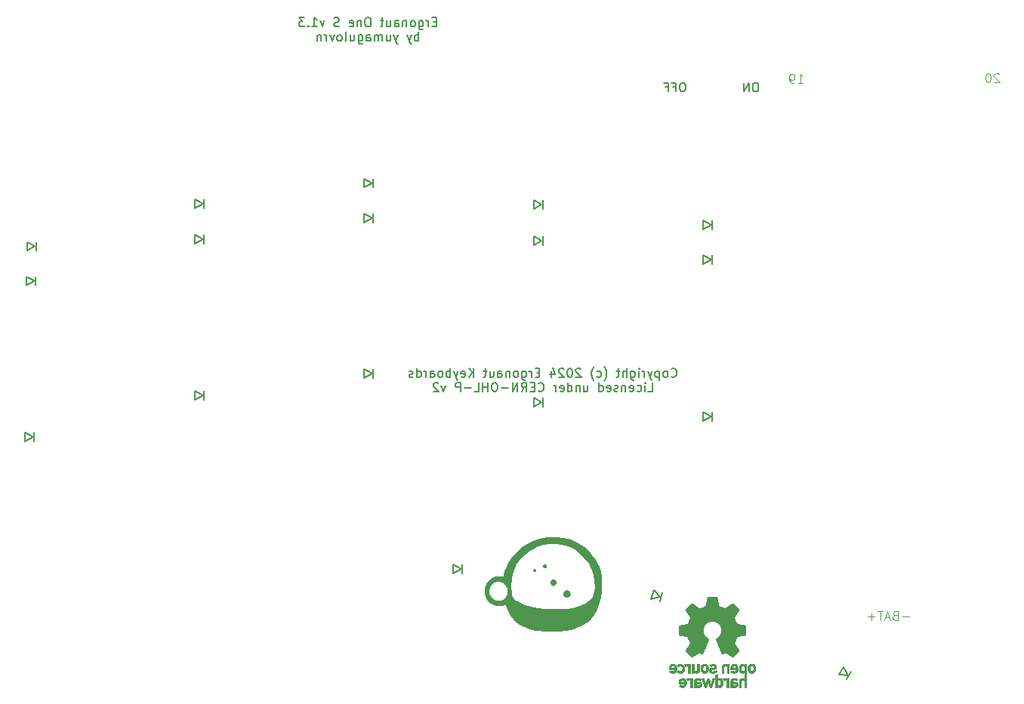
<source format=gbo>
%TF.GenerationSoftware,KiCad,Pcbnew,8.0.5*%
%TF.CreationDate,2024-10-10T02:33:46+03:00*%
%TF.ProjectId,1_3S,315f3353-2e6b-4696-9361-645f70636258,rev?*%
%TF.SameCoordinates,Original*%
%TF.FileFunction,Legend,Bot*%
%TF.FilePolarity,Positive*%
%FSLAX46Y46*%
G04 Gerber Fmt 4.6, Leading zero omitted, Abs format (unit mm)*
G04 Created by KiCad (PCBNEW 8.0.5) date 2024-10-10 02:33:46*
%MOMM*%
%LPD*%
G01*
G04 APERTURE LIST*
%ADD10C,0.200000*%
%ADD11C,0.100000*%
%ADD12C,0.150000*%
%ADD13C,0.000000*%
%ADD14C,0.010000*%
G04 APERTURE END LIST*
D10*
X149086667Y-52123437D02*
X148753334Y-52123437D01*
X148610477Y-52647247D02*
X149086667Y-52647247D01*
X149086667Y-52647247D02*
X149086667Y-51647247D01*
X149086667Y-51647247D02*
X148610477Y-51647247D01*
X148181905Y-52647247D02*
X148181905Y-51980580D01*
X148181905Y-52171056D02*
X148134286Y-52075818D01*
X148134286Y-52075818D02*
X148086667Y-52028199D01*
X148086667Y-52028199D02*
X147991429Y-51980580D01*
X147991429Y-51980580D02*
X147896191Y-51980580D01*
X147134286Y-51980580D02*
X147134286Y-52790104D01*
X147134286Y-52790104D02*
X147181905Y-52885342D01*
X147181905Y-52885342D02*
X147229524Y-52932961D01*
X147229524Y-52932961D02*
X147324762Y-52980580D01*
X147324762Y-52980580D02*
X147467619Y-52980580D01*
X147467619Y-52980580D02*
X147562857Y-52932961D01*
X147134286Y-52599628D02*
X147229524Y-52647247D01*
X147229524Y-52647247D02*
X147420000Y-52647247D01*
X147420000Y-52647247D02*
X147515238Y-52599628D01*
X147515238Y-52599628D02*
X147562857Y-52552008D01*
X147562857Y-52552008D02*
X147610476Y-52456770D01*
X147610476Y-52456770D02*
X147610476Y-52171056D01*
X147610476Y-52171056D02*
X147562857Y-52075818D01*
X147562857Y-52075818D02*
X147515238Y-52028199D01*
X147515238Y-52028199D02*
X147420000Y-51980580D01*
X147420000Y-51980580D02*
X147229524Y-51980580D01*
X147229524Y-51980580D02*
X147134286Y-52028199D01*
X146515238Y-52647247D02*
X146610476Y-52599628D01*
X146610476Y-52599628D02*
X146658095Y-52552008D01*
X146658095Y-52552008D02*
X146705714Y-52456770D01*
X146705714Y-52456770D02*
X146705714Y-52171056D01*
X146705714Y-52171056D02*
X146658095Y-52075818D01*
X146658095Y-52075818D02*
X146610476Y-52028199D01*
X146610476Y-52028199D02*
X146515238Y-51980580D01*
X146515238Y-51980580D02*
X146372381Y-51980580D01*
X146372381Y-51980580D02*
X146277143Y-52028199D01*
X146277143Y-52028199D02*
X146229524Y-52075818D01*
X146229524Y-52075818D02*
X146181905Y-52171056D01*
X146181905Y-52171056D02*
X146181905Y-52456770D01*
X146181905Y-52456770D02*
X146229524Y-52552008D01*
X146229524Y-52552008D02*
X146277143Y-52599628D01*
X146277143Y-52599628D02*
X146372381Y-52647247D01*
X146372381Y-52647247D02*
X146515238Y-52647247D01*
X145753333Y-51980580D02*
X145753333Y-52647247D01*
X145753333Y-52075818D02*
X145705714Y-52028199D01*
X145705714Y-52028199D02*
X145610476Y-51980580D01*
X145610476Y-51980580D02*
X145467619Y-51980580D01*
X145467619Y-51980580D02*
X145372381Y-52028199D01*
X145372381Y-52028199D02*
X145324762Y-52123437D01*
X145324762Y-52123437D02*
X145324762Y-52647247D01*
X144420000Y-52647247D02*
X144420000Y-52123437D01*
X144420000Y-52123437D02*
X144467619Y-52028199D01*
X144467619Y-52028199D02*
X144562857Y-51980580D01*
X144562857Y-51980580D02*
X144753333Y-51980580D01*
X144753333Y-51980580D02*
X144848571Y-52028199D01*
X144420000Y-52599628D02*
X144515238Y-52647247D01*
X144515238Y-52647247D02*
X144753333Y-52647247D01*
X144753333Y-52647247D02*
X144848571Y-52599628D01*
X144848571Y-52599628D02*
X144896190Y-52504389D01*
X144896190Y-52504389D02*
X144896190Y-52409151D01*
X144896190Y-52409151D02*
X144848571Y-52313913D01*
X144848571Y-52313913D02*
X144753333Y-52266294D01*
X144753333Y-52266294D02*
X144515238Y-52266294D01*
X144515238Y-52266294D02*
X144420000Y-52218675D01*
X143515238Y-51980580D02*
X143515238Y-52647247D01*
X143943809Y-51980580D02*
X143943809Y-52504389D01*
X143943809Y-52504389D02*
X143896190Y-52599628D01*
X143896190Y-52599628D02*
X143800952Y-52647247D01*
X143800952Y-52647247D02*
X143658095Y-52647247D01*
X143658095Y-52647247D02*
X143562857Y-52599628D01*
X143562857Y-52599628D02*
X143515238Y-52552008D01*
X143181904Y-51980580D02*
X142800952Y-51980580D01*
X143039047Y-51647247D02*
X143039047Y-52504389D01*
X143039047Y-52504389D02*
X142991428Y-52599628D01*
X142991428Y-52599628D02*
X142896190Y-52647247D01*
X142896190Y-52647247D02*
X142800952Y-52647247D01*
X141515237Y-51647247D02*
X141324761Y-51647247D01*
X141324761Y-51647247D02*
X141229523Y-51694866D01*
X141229523Y-51694866D02*
X141134285Y-51790104D01*
X141134285Y-51790104D02*
X141086666Y-51980580D01*
X141086666Y-51980580D02*
X141086666Y-52313913D01*
X141086666Y-52313913D02*
X141134285Y-52504389D01*
X141134285Y-52504389D02*
X141229523Y-52599628D01*
X141229523Y-52599628D02*
X141324761Y-52647247D01*
X141324761Y-52647247D02*
X141515237Y-52647247D01*
X141515237Y-52647247D02*
X141610475Y-52599628D01*
X141610475Y-52599628D02*
X141705713Y-52504389D01*
X141705713Y-52504389D02*
X141753332Y-52313913D01*
X141753332Y-52313913D02*
X141753332Y-51980580D01*
X141753332Y-51980580D02*
X141705713Y-51790104D01*
X141705713Y-51790104D02*
X141610475Y-51694866D01*
X141610475Y-51694866D02*
X141515237Y-51647247D01*
X140658094Y-51980580D02*
X140658094Y-52647247D01*
X140658094Y-52075818D02*
X140610475Y-52028199D01*
X140610475Y-52028199D02*
X140515237Y-51980580D01*
X140515237Y-51980580D02*
X140372380Y-51980580D01*
X140372380Y-51980580D02*
X140277142Y-52028199D01*
X140277142Y-52028199D02*
X140229523Y-52123437D01*
X140229523Y-52123437D02*
X140229523Y-52647247D01*
X139372380Y-52599628D02*
X139467618Y-52647247D01*
X139467618Y-52647247D02*
X139658094Y-52647247D01*
X139658094Y-52647247D02*
X139753332Y-52599628D01*
X139753332Y-52599628D02*
X139800951Y-52504389D01*
X139800951Y-52504389D02*
X139800951Y-52123437D01*
X139800951Y-52123437D02*
X139753332Y-52028199D01*
X139753332Y-52028199D02*
X139658094Y-51980580D01*
X139658094Y-51980580D02*
X139467618Y-51980580D01*
X139467618Y-51980580D02*
X139372380Y-52028199D01*
X139372380Y-52028199D02*
X139324761Y-52123437D01*
X139324761Y-52123437D02*
X139324761Y-52218675D01*
X139324761Y-52218675D02*
X139800951Y-52313913D01*
X138181903Y-52599628D02*
X138039046Y-52647247D01*
X138039046Y-52647247D02*
X137800951Y-52647247D01*
X137800951Y-52647247D02*
X137705713Y-52599628D01*
X137705713Y-52599628D02*
X137658094Y-52552008D01*
X137658094Y-52552008D02*
X137610475Y-52456770D01*
X137610475Y-52456770D02*
X137610475Y-52361532D01*
X137610475Y-52361532D02*
X137658094Y-52266294D01*
X137658094Y-52266294D02*
X137705713Y-52218675D01*
X137705713Y-52218675D02*
X137800951Y-52171056D01*
X137800951Y-52171056D02*
X137991427Y-52123437D01*
X137991427Y-52123437D02*
X138086665Y-52075818D01*
X138086665Y-52075818D02*
X138134284Y-52028199D01*
X138134284Y-52028199D02*
X138181903Y-51932961D01*
X138181903Y-51932961D02*
X138181903Y-51837723D01*
X138181903Y-51837723D02*
X138134284Y-51742485D01*
X138134284Y-51742485D02*
X138086665Y-51694866D01*
X138086665Y-51694866D02*
X137991427Y-51647247D01*
X137991427Y-51647247D02*
X137753332Y-51647247D01*
X137753332Y-51647247D02*
X137610475Y-51694866D01*
X136515236Y-51980580D02*
X136277141Y-52647247D01*
X136277141Y-52647247D02*
X136039046Y-51980580D01*
X135134284Y-52647247D02*
X135705712Y-52647247D01*
X135419998Y-52647247D02*
X135419998Y-51647247D01*
X135419998Y-51647247D02*
X135515236Y-51790104D01*
X135515236Y-51790104D02*
X135610474Y-51885342D01*
X135610474Y-51885342D02*
X135705712Y-51932961D01*
X134705712Y-52552008D02*
X134658093Y-52599628D01*
X134658093Y-52599628D02*
X134705712Y-52647247D01*
X134705712Y-52647247D02*
X134753331Y-52599628D01*
X134753331Y-52599628D02*
X134705712Y-52552008D01*
X134705712Y-52552008D02*
X134705712Y-52647247D01*
X134324760Y-51647247D02*
X133705713Y-51647247D01*
X133705713Y-51647247D02*
X134039046Y-52028199D01*
X134039046Y-52028199D02*
X133896189Y-52028199D01*
X133896189Y-52028199D02*
X133800951Y-52075818D01*
X133800951Y-52075818D02*
X133753332Y-52123437D01*
X133753332Y-52123437D02*
X133705713Y-52218675D01*
X133705713Y-52218675D02*
X133705713Y-52456770D01*
X133705713Y-52456770D02*
X133753332Y-52552008D01*
X133753332Y-52552008D02*
X133800951Y-52599628D01*
X133800951Y-52599628D02*
X133896189Y-52647247D01*
X133896189Y-52647247D02*
X134181903Y-52647247D01*
X134181903Y-52647247D02*
X134277141Y-52599628D01*
X134277141Y-52599628D02*
X134324760Y-52552008D01*
X147110476Y-54257191D02*
X147110476Y-53257191D01*
X147110476Y-53638143D02*
X147015238Y-53590524D01*
X147015238Y-53590524D02*
X146824762Y-53590524D01*
X146824762Y-53590524D02*
X146729524Y-53638143D01*
X146729524Y-53638143D02*
X146681905Y-53685762D01*
X146681905Y-53685762D02*
X146634286Y-53781000D01*
X146634286Y-53781000D02*
X146634286Y-54066714D01*
X146634286Y-54066714D02*
X146681905Y-54161952D01*
X146681905Y-54161952D02*
X146729524Y-54209572D01*
X146729524Y-54209572D02*
X146824762Y-54257191D01*
X146824762Y-54257191D02*
X147015238Y-54257191D01*
X147015238Y-54257191D02*
X147110476Y-54209572D01*
X146300952Y-53590524D02*
X146062857Y-54257191D01*
X145824762Y-53590524D02*
X146062857Y-54257191D01*
X146062857Y-54257191D02*
X146158095Y-54495286D01*
X146158095Y-54495286D02*
X146205714Y-54542905D01*
X146205714Y-54542905D02*
X146300952Y-54590524D01*
X144777142Y-53590524D02*
X144539047Y-54257191D01*
X144300952Y-53590524D02*
X144539047Y-54257191D01*
X144539047Y-54257191D02*
X144634285Y-54495286D01*
X144634285Y-54495286D02*
X144681904Y-54542905D01*
X144681904Y-54542905D02*
X144777142Y-54590524D01*
X143491428Y-53590524D02*
X143491428Y-54257191D01*
X143919999Y-53590524D02*
X143919999Y-54114333D01*
X143919999Y-54114333D02*
X143872380Y-54209572D01*
X143872380Y-54209572D02*
X143777142Y-54257191D01*
X143777142Y-54257191D02*
X143634285Y-54257191D01*
X143634285Y-54257191D02*
X143539047Y-54209572D01*
X143539047Y-54209572D02*
X143491428Y-54161952D01*
X143015237Y-54257191D02*
X143015237Y-53590524D01*
X143015237Y-53685762D02*
X142967618Y-53638143D01*
X142967618Y-53638143D02*
X142872380Y-53590524D01*
X142872380Y-53590524D02*
X142729523Y-53590524D01*
X142729523Y-53590524D02*
X142634285Y-53638143D01*
X142634285Y-53638143D02*
X142586666Y-53733381D01*
X142586666Y-53733381D02*
X142586666Y-54257191D01*
X142586666Y-53733381D02*
X142539047Y-53638143D01*
X142539047Y-53638143D02*
X142443809Y-53590524D01*
X142443809Y-53590524D02*
X142300952Y-53590524D01*
X142300952Y-53590524D02*
X142205713Y-53638143D01*
X142205713Y-53638143D02*
X142158094Y-53733381D01*
X142158094Y-53733381D02*
X142158094Y-54257191D01*
X141253333Y-54257191D02*
X141253333Y-53733381D01*
X141253333Y-53733381D02*
X141300952Y-53638143D01*
X141300952Y-53638143D02*
X141396190Y-53590524D01*
X141396190Y-53590524D02*
X141586666Y-53590524D01*
X141586666Y-53590524D02*
X141681904Y-53638143D01*
X141253333Y-54209572D02*
X141348571Y-54257191D01*
X141348571Y-54257191D02*
X141586666Y-54257191D01*
X141586666Y-54257191D02*
X141681904Y-54209572D01*
X141681904Y-54209572D02*
X141729523Y-54114333D01*
X141729523Y-54114333D02*
X141729523Y-54019095D01*
X141729523Y-54019095D02*
X141681904Y-53923857D01*
X141681904Y-53923857D02*
X141586666Y-53876238D01*
X141586666Y-53876238D02*
X141348571Y-53876238D01*
X141348571Y-53876238D02*
X141253333Y-53828619D01*
X140348571Y-53590524D02*
X140348571Y-54400048D01*
X140348571Y-54400048D02*
X140396190Y-54495286D01*
X140396190Y-54495286D02*
X140443809Y-54542905D01*
X140443809Y-54542905D02*
X140539047Y-54590524D01*
X140539047Y-54590524D02*
X140681904Y-54590524D01*
X140681904Y-54590524D02*
X140777142Y-54542905D01*
X140348571Y-54209572D02*
X140443809Y-54257191D01*
X140443809Y-54257191D02*
X140634285Y-54257191D01*
X140634285Y-54257191D02*
X140729523Y-54209572D01*
X140729523Y-54209572D02*
X140777142Y-54161952D01*
X140777142Y-54161952D02*
X140824761Y-54066714D01*
X140824761Y-54066714D02*
X140824761Y-53781000D01*
X140824761Y-53781000D02*
X140777142Y-53685762D01*
X140777142Y-53685762D02*
X140729523Y-53638143D01*
X140729523Y-53638143D02*
X140634285Y-53590524D01*
X140634285Y-53590524D02*
X140443809Y-53590524D01*
X140443809Y-53590524D02*
X140348571Y-53638143D01*
X139443809Y-53590524D02*
X139443809Y-54257191D01*
X139872380Y-53590524D02*
X139872380Y-54114333D01*
X139872380Y-54114333D02*
X139824761Y-54209572D01*
X139824761Y-54209572D02*
X139729523Y-54257191D01*
X139729523Y-54257191D02*
X139586666Y-54257191D01*
X139586666Y-54257191D02*
X139491428Y-54209572D01*
X139491428Y-54209572D02*
X139443809Y-54161952D01*
X138824761Y-54257191D02*
X138919999Y-54209572D01*
X138919999Y-54209572D02*
X138967618Y-54114333D01*
X138967618Y-54114333D02*
X138967618Y-53257191D01*
X138300951Y-54257191D02*
X138396189Y-54209572D01*
X138396189Y-54209572D02*
X138443808Y-54161952D01*
X138443808Y-54161952D02*
X138491427Y-54066714D01*
X138491427Y-54066714D02*
X138491427Y-53781000D01*
X138491427Y-53781000D02*
X138443808Y-53685762D01*
X138443808Y-53685762D02*
X138396189Y-53638143D01*
X138396189Y-53638143D02*
X138300951Y-53590524D01*
X138300951Y-53590524D02*
X138158094Y-53590524D01*
X138158094Y-53590524D02*
X138062856Y-53638143D01*
X138062856Y-53638143D02*
X138015237Y-53685762D01*
X138015237Y-53685762D02*
X137967618Y-53781000D01*
X137967618Y-53781000D02*
X137967618Y-54066714D01*
X137967618Y-54066714D02*
X138015237Y-54161952D01*
X138015237Y-54161952D02*
X138062856Y-54209572D01*
X138062856Y-54209572D02*
X138158094Y-54257191D01*
X138158094Y-54257191D02*
X138300951Y-54257191D01*
X137634284Y-53590524D02*
X137396189Y-54257191D01*
X137396189Y-54257191D02*
X137158094Y-53590524D01*
X136777141Y-54257191D02*
X136777141Y-53590524D01*
X136777141Y-53781000D02*
X136729522Y-53685762D01*
X136729522Y-53685762D02*
X136681903Y-53638143D01*
X136681903Y-53638143D02*
X136586665Y-53590524D01*
X136586665Y-53590524D02*
X136491427Y-53590524D01*
X136158093Y-53590524D02*
X136158093Y-54257191D01*
X136158093Y-53685762D02*
X136110474Y-53638143D01*
X136110474Y-53638143D02*
X136015236Y-53590524D01*
X136015236Y-53590524D02*
X135872379Y-53590524D01*
X135872379Y-53590524D02*
X135777141Y-53638143D01*
X135777141Y-53638143D02*
X135729522Y-53733381D01*
X135729522Y-53733381D02*
X135729522Y-54257191D01*
X175416955Y-91881008D02*
X175464574Y-91928628D01*
X175464574Y-91928628D02*
X175607431Y-91976247D01*
X175607431Y-91976247D02*
X175702669Y-91976247D01*
X175702669Y-91976247D02*
X175845526Y-91928628D01*
X175845526Y-91928628D02*
X175940764Y-91833389D01*
X175940764Y-91833389D02*
X175988383Y-91738151D01*
X175988383Y-91738151D02*
X176036002Y-91547675D01*
X176036002Y-91547675D02*
X176036002Y-91404818D01*
X176036002Y-91404818D02*
X175988383Y-91214342D01*
X175988383Y-91214342D02*
X175940764Y-91119104D01*
X175940764Y-91119104D02*
X175845526Y-91023866D01*
X175845526Y-91023866D02*
X175702669Y-90976247D01*
X175702669Y-90976247D02*
X175607431Y-90976247D01*
X175607431Y-90976247D02*
X175464574Y-91023866D01*
X175464574Y-91023866D02*
X175416955Y-91071485D01*
X174845526Y-91976247D02*
X174940764Y-91928628D01*
X174940764Y-91928628D02*
X174988383Y-91881008D01*
X174988383Y-91881008D02*
X175036002Y-91785770D01*
X175036002Y-91785770D02*
X175036002Y-91500056D01*
X175036002Y-91500056D02*
X174988383Y-91404818D01*
X174988383Y-91404818D02*
X174940764Y-91357199D01*
X174940764Y-91357199D02*
X174845526Y-91309580D01*
X174845526Y-91309580D02*
X174702669Y-91309580D01*
X174702669Y-91309580D02*
X174607431Y-91357199D01*
X174607431Y-91357199D02*
X174559812Y-91404818D01*
X174559812Y-91404818D02*
X174512193Y-91500056D01*
X174512193Y-91500056D02*
X174512193Y-91785770D01*
X174512193Y-91785770D02*
X174559812Y-91881008D01*
X174559812Y-91881008D02*
X174607431Y-91928628D01*
X174607431Y-91928628D02*
X174702669Y-91976247D01*
X174702669Y-91976247D02*
X174845526Y-91976247D01*
X174083621Y-91309580D02*
X174083621Y-92309580D01*
X174083621Y-91357199D02*
X173988383Y-91309580D01*
X173988383Y-91309580D02*
X173797907Y-91309580D01*
X173797907Y-91309580D02*
X173702669Y-91357199D01*
X173702669Y-91357199D02*
X173655050Y-91404818D01*
X173655050Y-91404818D02*
X173607431Y-91500056D01*
X173607431Y-91500056D02*
X173607431Y-91785770D01*
X173607431Y-91785770D02*
X173655050Y-91881008D01*
X173655050Y-91881008D02*
X173702669Y-91928628D01*
X173702669Y-91928628D02*
X173797907Y-91976247D01*
X173797907Y-91976247D02*
X173988383Y-91976247D01*
X173988383Y-91976247D02*
X174083621Y-91928628D01*
X173274097Y-91309580D02*
X173036002Y-91976247D01*
X172797907Y-91309580D02*
X173036002Y-91976247D01*
X173036002Y-91976247D02*
X173131240Y-92214342D01*
X173131240Y-92214342D02*
X173178859Y-92261961D01*
X173178859Y-92261961D02*
X173274097Y-92309580D01*
X172416954Y-91976247D02*
X172416954Y-91309580D01*
X172416954Y-91500056D02*
X172369335Y-91404818D01*
X172369335Y-91404818D02*
X172321716Y-91357199D01*
X172321716Y-91357199D02*
X172226478Y-91309580D01*
X172226478Y-91309580D02*
X172131240Y-91309580D01*
X171797906Y-91976247D02*
X171797906Y-91309580D01*
X171797906Y-90976247D02*
X171845525Y-91023866D01*
X171845525Y-91023866D02*
X171797906Y-91071485D01*
X171797906Y-91071485D02*
X171750287Y-91023866D01*
X171750287Y-91023866D02*
X171797906Y-90976247D01*
X171797906Y-90976247D02*
X171797906Y-91071485D01*
X170893145Y-91309580D02*
X170893145Y-92119104D01*
X170893145Y-92119104D02*
X170940764Y-92214342D01*
X170940764Y-92214342D02*
X170988383Y-92261961D01*
X170988383Y-92261961D02*
X171083621Y-92309580D01*
X171083621Y-92309580D02*
X171226478Y-92309580D01*
X171226478Y-92309580D02*
X171321716Y-92261961D01*
X170893145Y-91928628D02*
X170988383Y-91976247D01*
X170988383Y-91976247D02*
X171178859Y-91976247D01*
X171178859Y-91976247D02*
X171274097Y-91928628D01*
X171274097Y-91928628D02*
X171321716Y-91881008D01*
X171321716Y-91881008D02*
X171369335Y-91785770D01*
X171369335Y-91785770D02*
X171369335Y-91500056D01*
X171369335Y-91500056D02*
X171321716Y-91404818D01*
X171321716Y-91404818D02*
X171274097Y-91357199D01*
X171274097Y-91357199D02*
X171178859Y-91309580D01*
X171178859Y-91309580D02*
X170988383Y-91309580D01*
X170988383Y-91309580D02*
X170893145Y-91357199D01*
X170416954Y-91976247D02*
X170416954Y-90976247D01*
X169988383Y-91976247D02*
X169988383Y-91452437D01*
X169988383Y-91452437D02*
X170036002Y-91357199D01*
X170036002Y-91357199D02*
X170131240Y-91309580D01*
X170131240Y-91309580D02*
X170274097Y-91309580D01*
X170274097Y-91309580D02*
X170369335Y-91357199D01*
X170369335Y-91357199D02*
X170416954Y-91404818D01*
X169655049Y-91309580D02*
X169274097Y-91309580D01*
X169512192Y-90976247D02*
X169512192Y-91833389D01*
X169512192Y-91833389D02*
X169464573Y-91928628D01*
X169464573Y-91928628D02*
X169369335Y-91976247D01*
X169369335Y-91976247D02*
X169274097Y-91976247D01*
X167893144Y-92357199D02*
X167940763Y-92309580D01*
X167940763Y-92309580D02*
X168036001Y-92166723D01*
X168036001Y-92166723D02*
X168083620Y-92071485D01*
X168083620Y-92071485D02*
X168131239Y-91928628D01*
X168131239Y-91928628D02*
X168178858Y-91690532D01*
X168178858Y-91690532D02*
X168178858Y-91500056D01*
X168178858Y-91500056D02*
X168131239Y-91261961D01*
X168131239Y-91261961D02*
X168083620Y-91119104D01*
X168083620Y-91119104D02*
X168036001Y-91023866D01*
X168036001Y-91023866D02*
X167940763Y-90881008D01*
X167940763Y-90881008D02*
X167893144Y-90833389D01*
X167083620Y-91928628D02*
X167178858Y-91976247D01*
X167178858Y-91976247D02*
X167369334Y-91976247D01*
X167369334Y-91976247D02*
X167464572Y-91928628D01*
X167464572Y-91928628D02*
X167512191Y-91881008D01*
X167512191Y-91881008D02*
X167559810Y-91785770D01*
X167559810Y-91785770D02*
X167559810Y-91500056D01*
X167559810Y-91500056D02*
X167512191Y-91404818D01*
X167512191Y-91404818D02*
X167464572Y-91357199D01*
X167464572Y-91357199D02*
X167369334Y-91309580D01*
X167369334Y-91309580D02*
X167178858Y-91309580D01*
X167178858Y-91309580D02*
X167083620Y-91357199D01*
X166750286Y-92357199D02*
X166702667Y-92309580D01*
X166702667Y-92309580D02*
X166607429Y-92166723D01*
X166607429Y-92166723D02*
X166559810Y-92071485D01*
X166559810Y-92071485D02*
X166512191Y-91928628D01*
X166512191Y-91928628D02*
X166464572Y-91690532D01*
X166464572Y-91690532D02*
X166464572Y-91500056D01*
X166464572Y-91500056D02*
X166512191Y-91261961D01*
X166512191Y-91261961D02*
X166559810Y-91119104D01*
X166559810Y-91119104D02*
X166607429Y-91023866D01*
X166607429Y-91023866D02*
X166702667Y-90881008D01*
X166702667Y-90881008D02*
X166750286Y-90833389D01*
X165274095Y-91071485D02*
X165226476Y-91023866D01*
X165226476Y-91023866D02*
X165131238Y-90976247D01*
X165131238Y-90976247D02*
X164893143Y-90976247D01*
X164893143Y-90976247D02*
X164797905Y-91023866D01*
X164797905Y-91023866D02*
X164750286Y-91071485D01*
X164750286Y-91071485D02*
X164702667Y-91166723D01*
X164702667Y-91166723D02*
X164702667Y-91261961D01*
X164702667Y-91261961D02*
X164750286Y-91404818D01*
X164750286Y-91404818D02*
X165321714Y-91976247D01*
X165321714Y-91976247D02*
X164702667Y-91976247D01*
X164083619Y-90976247D02*
X163988381Y-90976247D01*
X163988381Y-90976247D02*
X163893143Y-91023866D01*
X163893143Y-91023866D02*
X163845524Y-91071485D01*
X163845524Y-91071485D02*
X163797905Y-91166723D01*
X163797905Y-91166723D02*
X163750286Y-91357199D01*
X163750286Y-91357199D02*
X163750286Y-91595294D01*
X163750286Y-91595294D02*
X163797905Y-91785770D01*
X163797905Y-91785770D02*
X163845524Y-91881008D01*
X163845524Y-91881008D02*
X163893143Y-91928628D01*
X163893143Y-91928628D02*
X163988381Y-91976247D01*
X163988381Y-91976247D02*
X164083619Y-91976247D01*
X164083619Y-91976247D02*
X164178857Y-91928628D01*
X164178857Y-91928628D02*
X164226476Y-91881008D01*
X164226476Y-91881008D02*
X164274095Y-91785770D01*
X164274095Y-91785770D02*
X164321714Y-91595294D01*
X164321714Y-91595294D02*
X164321714Y-91357199D01*
X164321714Y-91357199D02*
X164274095Y-91166723D01*
X164274095Y-91166723D02*
X164226476Y-91071485D01*
X164226476Y-91071485D02*
X164178857Y-91023866D01*
X164178857Y-91023866D02*
X164083619Y-90976247D01*
X163369333Y-91071485D02*
X163321714Y-91023866D01*
X163321714Y-91023866D02*
X163226476Y-90976247D01*
X163226476Y-90976247D02*
X162988381Y-90976247D01*
X162988381Y-90976247D02*
X162893143Y-91023866D01*
X162893143Y-91023866D02*
X162845524Y-91071485D01*
X162845524Y-91071485D02*
X162797905Y-91166723D01*
X162797905Y-91166723D02*
X162797905Y-91261961D01*
X162797905Y-91261961D02*
X162845524Y-91404818D01*
X162845524Y-91404818D02*
X163416952Y-91976247D01*
X163416952Y-91976247D02*
X162797905Y-91976247D01*
X161940762Y-91309580D02*
X161940762Y-91976247D01*
X162178857Y-90928628D02*
X162416952Y-91642913D01*
X162416952Y-91642913D02*
X161797905Y-91642913D01*
X160655047Y-91452437D02*
X160321714Y-91452437D01*
X160178857Y-91976247D02*
X160655047Y-91976247D01*
X160655047Y-91976247D02*
X160655047Y-90976247D01*
X160655047Y-90976247D02*
X160178857Y-90976247D01*
X159750285Y-91976247D02*
X159750285Y-91309580D01*
X159750285Y-91500056D02*
X159702666Y-91404818D01*
X159702666Y-91404818D02*
X159655047Y-91357199D01*
X159655047Y-91357199D02*
X159559809Y-91309580D01*
X159559809Y-91309580D02*
X159464571Y-91309580D01*
X158702666Y-91309580D02*
X158702666Y-92119104D01*
X158702666Y-92119104D02*
X158750285Y-92214342D01*
X158750285Y-92214342D02*
X158797904Y-92261961D01*
X158797904Y-92261961D02*
X158893142Y-92309580D01*
X158893142Y-92309580D02*
X159035999Y-92309580D01*
X159035999Y-92309580D02*
X159131237Y-92261961D01*
X158702666Y-91928628D02*
X158797904Y-91976247D01*
X158797904Y-91976247D02*
X158988380Y-91976247D01*
X158988380Y-91976247D02*
X159083618Y-91928628D01*
X159083618Y-91928628D02*
X159131237Y-91881008D01*
X159131237Y-91881008D02*
X159178856Y-91785770D01*
X159178856Y-91785770D02*
X159178856Y-91500056D01*
X159178856Y-91500056D02*
X159131237Y-91404818D01*
X159131237Y-91404818D02*
X159083618Y-91357199D01*
X159083618Y-91357199D02*
X158988380Y-91309580D01*
X158988380Y-91309580D02*
X158797904Y-91309580D01*
X158797904Y-91309580D02*
X158702666Y-91357199D01*
X158083618Y-91976247D02*
X158178856Y-91928628D01*
X158178856Y-91928628D02*
X158226475Y-91881008D01*
X158226475Y-91881008D02*
X158274094Y-91785770D01*
X158274094Y-91785770D02*
X158274094Y-91500056D01*
X158274094Y-91500056D02*
X158226475Y-91404818D01*
X158226475Y-91404818D02*
X158178856Y-91357199D01*
X158178856Y-91357199D02*
X158083618Y-91309580D01*
X158083618Y-91309580D02*
X157940761Y-91309580D01*
X157940761Y-91309580D02*
X157845523Y-91357199D01*
X157845523Y-91357199D02*
X157797904Y-91404818D01*
X157797904Y-91404818D02*
X157750285Y-91500056D01*
X157750285Y-91500056D02*
X157750285Y-91785770D01*
X157750285Y-91785770D02*
X157797904Y-91881008D01*
X157797904Y-91881008D02*
X157845523Y-91928628D01*
X157845523Y-91928628D02*
X157940761Y-91976247D01*
X157940761Y-91976247D02*
X158083618Y-91976247D01*
X157321713Y-91309580D02*
X157321713Y-91976247D01*
X157321713Y-91404818D02*
X157274094Y-91357199D01*
X157274094Y-91357199D02*
X157178856Y-91309580D01*
X157178856Y-91309580D02*
X157035999Y-91309580D01*
X157035999Y-91309580D02*
X156940761Y-91357199D01*
X156940761Y-91357199D02*
X156893142Y-91452437D01*
X156893142Y-91452437D02*
X156893142Y-91976247D01*
X155988380Y-91976247D02*
X155988380Y-91452437D01*
X155988380Y-91452437D02*
X156035999Y-91357199D01*
X156035999Y-91357199D02*
X156131237Y-91309580D01*
X156131237Y-91309580D02*
X156321713Y-91309580D01*
X156321713Y-91309580D02*
X156416951Y-91357199D01*
X155988380Y-91928628D02*
X156083618Y-91976247D01*
X156083618Y-91976247D02*
X156321713Y-91976247D01*
X156321713Y-91976247D02*
X156416951Y-91928628D01*
X156416951Y-91928628D02*
X156464570Y-91833389D01*
X156464570Y-91833389D02*
X156464570Y-91738151D01*
X156464570Y-91738151D02*
X156416951Y-91642913D01*
X156416951Y-91642913D02*
X156321713Y-91595294D01*
X156321713Y-91595294D02*
X156083618Y-91595294D01*
X156083618Y-91595294D02*
X155988380Y-91547675D01*
X155083618Y-91309580D02*
X155083618Y-91976247D01*
X155512189Y-91309580D02*
X155512189Y-91833389D01*
X155512189Y-91833389D02*
X155464570Y-91928628D01*
X155464570Y-91928628D02*
X155369332Y-91976247D01*
X155369332Y-91976247D02*
X155226475Y-91976247D01*
X155226475Y-91976247D02*
X155131237Y-91928628D01*
X155131237Y-91928628D02*
X155083618Y-91881008D01*
X154750284Y-91309580D02*
X154369332Y-91309580D01*
X154607427Y-90976247D02*
X154607427Y-91833389D01*
X154607427Y-91833389D02*
X154559808Y-91928628D01*
X154559808Y-91928628D02*
X154464570Y-91976247D01*
X154464570Y-91976247D02*
X154369332Y-91976247D01*
X153274093Y-91976247D02*
X153274093Y-90976247D01*
X152702665Y-91976247D02*
X153131236Y-91404818D01*
X152702665Y-90976247D02*
X153274093Y-91547675D01*
X151893141Y-91928628D02*
X151988379Y-91976247D01*
X151988379Y-91976247D02*
X152178855Y-91976247D01*
X152178855Y-91976247D02*
X152274093Y-91928628D01*
X152274093Y-91928628D02*
X152321712Y-91833389D01*
X152321712Y-91833389D02*
X152321712Y-91452437D01*
X152321712Y-91452437D02*
X152274093Y-91357199D01*
X152274093Y-91357199D02*
X152178855Y-91309580D01*
X152178855Y-91309580D02*
X151988379Y-91309580D01*
X151988379Y-91309580D02*
X151893141Y-91357199D01*
X151893141Y-91357199D02*
X151845522Y-91452437D01*
X151845522Y-91452437D02*
X151845522Y-91547675D01*
X151845522Y-91547675D02*
X152321712Y-91642913D01*
X151512188Y-91309580D02*
X151274093Y-91976247D01*
X151035998Y-91309580D02*
X151274093Y-91976247D01*
X151274093Y-91976247D02*
X151369331Y-92214342D01*
X151369331Y-92214342D02*
X151416950Y-92261961D01*
X151416950Y-92261961D02*
X151512188Y-92309580D01*
X150655045Y-91976247D02*
X150655045Y-90976247D01*
X150655045Y-91357199D02*
X150559807Y-91309580D01*
X150559807Y-91309580D02*
X150369331Y-91309580D01*
X150369331Y-91309580D02*
X150274093Y-91357199D01*
X150274093Y-91357199D02*
X150226474Y-91404818D01*
X150226474Y-91404818D02*
X150178855Y-91500056D01*
X150178855Y-91500056D02*
X150178855Y-91785770D01*
X150178855Y-91785770D02*
X150226474Y-91881008D01*
X150226474Y-91881008D02*
X150274093Y-91928628D01*
X150274093Y-91928628D02*
X150369331Y-91976247D01*
X150369331Y-91976247D02*
X150559807Y-91976247D01*
X150559807Y-91976247D02*
X150655045Y-91928628D01*
X149607426Y-91976247D02*
X149702664Y-91928628D01*
X149702664Y-91928628D02*
X149750283Y-91881008D01*
X149750283Y-91881008D02*
X149797902Y-91785770D01*
X149797902Y-91785770D02*
X149797902Y-91500056D01*
X149797902Y-91500056D02*
X149750283Y-91404818D01*
X149750283Y-91404818D02*
X149702664Y-91357199D01*
X149702664Y-91357199D02*
X149607426Y-91309580D01*
X149607426Y-91309580D02*
X149464569Y-91309580D01*
X149464569Y-91309580D02*
X149369331Y-91357199D01*
X149369331Y-91357199D02*
X149321712Y-91404818D01*
X149321712Y-91404818D02*
X149274093Y-91500056D01*
X149274093Y-91500056D02*
X149274093Y-91785770D01*
X149274093Y-91785770D02*
X149321712Y-91881008D01*
X149321712Y-91881008D02*
X149369331Y-91928628D01*
X149369331Y-91928628D02*
X149464569Y-91976247D01*
X149464569Y-91976247D02*
X149607426Y-91976247D01*
X148416950Y-91976247D02*
X148416950Y-91452437D01*
X148416950Y-91452437D02*
X148464569Y-91357199D01*
X148464569Y-91357199D02*
X148559807Y-91309580D01*
X148559807Y-91309580D02*
X148750283Y-91309580D01*
X148750283Y-91309580D02*
X148845521Y-91357199D01*
X148416950Y-91928628D02*
X148512188Y-91976247D01*
X148512188Y-91976247D02*
X148750283Y-91976247D01*
X148750283Y-91976247D02*
X148845521Y-91928628D01*
X148845521Y-91928628D02*
X148893140Y-91833389D01*
X148893140Y-91833389D02*
X148893140Y-91738151D01*
X148893140Y-91738151D02*
X148845521Y-91642913D01*
X148845521Y-91642913D02*
X148750283Y-91595294D01*
X148750283Y-91595294D02*
X148512188Y-91595294D01*
X148512188Y-91595294D02*
X148416950Y-91547675D01*
X147940759Y-91976247D02*
X147940759Y-91309580D01*
X147940759Y-91500056D02*
X147893140Y-91404818D01*
X147893140Y-91404818D02*
X147845521Y-91357199D01*
X147845521Y-91357199D02*
X147750283Y-91309580D01*
X147750283Y-91309580D02*
X147655045Y-91309580D01*
X146893140Y-91976247D02*
X146893140Y-90976247D01*
X146893140Y-91928628D02*
X146988378Y-91976247D01*
X146988378Y-91976247D02*
X147178854Y-91976247D01*
X147178854Y-91976247D02*
X147274092Y-91928628D01*
X147274092Y-91928628D02*
X147321711Y-91881008D01*
X147321711Y-91881008D02*
X147369330Y-91785770D01*
X147369330Y-91785770D02*
X147369330Y-91500056D01*
X147369330Y-91500056D02*
X147321711Y-91404818D01*
X147321711Y-91404818D02*
X147274092Y-91357199D01*
X147274092Y-91357199D02*
X147178854Y-91309580D01*
X147178854Y-91309580D02*
X146988378Y-91309580D01*
X146988378Y-91309580D02*
X146893140Y-91357199D01*
X146464568Y-91928628D02*
X146369330Y-91976247D01*
X146369330Y-91976247D02*
X146178854Y-91976247D01*
X146178854Y-91976247D02*
X146083616Y-91928628D01*
X146083616Y-91928628D02*
X146035997Y-91833389D01*
X146035997Y-91833389D02*
X146035997Y-91785770D01*
X146035997Y-91785770D02*
X146083616Y-91690532D01*
X146083616Y-91690532D02*
X146178854Y-91642913D01*
X146178854Y-91642913D02*
X146321711Y-91642913D01*
X146321711Y-91642913D02*
X146416949Y-91595294D01*
X146416949Y-91595294D02*
X146464568Y-91500056D01*
X146464568Y-91500056D02*
X146464568Y-91452437D01*
X146464568Y-91452437D02*
X146416949Y-91357199D01*
X146416949Y-91357199D02*
X146321711Y-91309580D01*
X146321711Y-91309580D02*
X146178854Y-91309580D01*
X146178854Y-91309580D02*
X146083616Y-91357199D01*
X172821715Y-93586191D02*
X173297905Y-93586191D01*
X173297905Y-93586191D02*
X173297905Y-92586191D01*
X172488381Y-93586191D02*
X172488381Y-92919524D01*
X172488381Y-92586191D02*
X172536000Y-92633810D01*
X172536000Y-92633810D02*
X172488381Y-92681429D01*
X172488381Y-92681429D02*
X172440762Y-92633810D01*
X172440762Y-92633810D02*
X172488381Y-92586191D01*
X172488381Y-92586191D02*
X172488381Y-92681429D01*
X171583620Y-93538572D02*
X171678858Y-93586191D01*
X171678858Y-93586191D02*
X171869334Y-93586191D01*
X171869334Y-93586191D02*
X171964572Y-93538572D01*
X171964572Y-93538572D02*
X172012191Y-93490952D01*
X172012191Y-93490952D02*
X172059810Y-93395714D01*
X172059810Y-93395714D02*
X172059810Y-93110000D01*
X172059810Y-93110000D02*
X172012191Y-93014762D01*
X172012191Y-93014762D02*
X171964572Y-92967143D01*
X171964572Y-92967143D02*
X171869334Y-92919524D01*
X171869334Y-92919524D02*
X171678858Y-92919524D01*
X171678858Y-92919524D02*
X171583620Y-92967143D01*
X170774096Y-93538572D02*
X170869334Y-93586191D01*
X170869334Y-93586191D02*
X171059810Y-93586191D01*
X171059810Y-93586191D02*
X171155048Y-93538572D01*
X171155048Y-93538572D02*
X171202667Y-93443333D01*
X171202667Y-93443333D02*
X171202667Y-93062381D01*
X171202667Y-93062381D02*
X171155048Y-92967143D01*
X171155048Y-92967143D02*
X171059810Y-92919524D01*
X171059810Y-92919524D02*
X170869334Y-92919524D01*
X170869334Y-92919524D02*
X170774096Y-92967143D01*
X170774096Y-92967143D02*
X170726477Y-93062381D01*
X170726477Y-93062381D02*
X170726477Y-93157619D01*
X170726477Y-93157619D02*
X171202667Y-93252857D01*
X170297905Y-92919524D02*
X170297905Y-93586191D01*
X170297905Y-93014762D02*
X170250286Y-92967143D01*
X170250286Y-92967143D02*
X170155048Y-92919524D01*
X170155048Y-92919524D02*
X170012191Y-92919524D01*
X170012191Y-92919524D02*
X169916953Y-92967143D01*
X169916953Y-92967143D02*
X169869334Y-93062381D01*
X169869334Y-93062381D02*
X169869334Y-93586191D01*
X169440762Y-93538572D02*
X169345524Y-93586191D01*
X169345524Y-93586191D02*
X169155048Y-93586191D01*
X169155048Y-93586191D02*
X169059810Y-93538572D01*
X169059810Y-93538572D02*
X169012191Y-93443333D01*
X169012191Y-93443333D02*
X169012191Y-93395714D01*
X169012191Y-93395714D02*
X169059810Y-93300476D01*
X169059810Y-93300476D02*
X169155048Y-93252857D01*
X169155048Y-93252857D02*
X169297905Y-93252857D01*
X169297905Y-93252857D02*
X169393143Y-93205238D01*
X169393143Y-93205238D02*
X169440762Y-93110000D01*
X169440762Y-93110000D02*
X169440762Y-93062381D01*
X169440762Y-93062381D02*
X169393143Y-92967143D01*
X169393143Y-92967143D02*
X169297905Y-92919524D01*
X169297905Y-92919524D02*
X169155048Y-92919524D01*
X169155048Y-92919524D02*
X169059810Y-92967143D01*
X168202667Y-93538572D02*
X168297905Y-93586191D01*
X168297905Y-93586191D02*
X168488381Y-93586191D01*
X168488381Y-93586191D02*
X168583619Y-93538572D01*
X168583619Y-93538572D02*
X168631238Y-93443333D01*
X168631238Y-93443333D02*
X168631238Y-93062381D01*
X168631238Y-93062381D02*
X168583619Y-92967143D01*
X168583619Y-92967143D02*
X168488381Y-92919524D01*
X168488381Y-92919524D02*
X168297905Y-92919524D01*
X168297905Y-92919524D02*
X168202667Y-92967143D01*
X168202667Y-92967143D02*
X168155048Y-93062381D01*
X168155048Y-93062381D02*
X168155048Y-93157619D01*
X168155048Y-93157619D02*
X168631238Y-93252857D01*
X167297905Y-93586191D02*
X167297905Y-92586191D01*
X167297905Y-93538572D02*
X167393143Y-93586191D01*
X167393143Y-93586191D02*
X167583619Y-93586191D01*
X167583619Y-93586191D02*
X167678857Y-93538572D01*
X167678857Y-93538572D02*
X167726476Y-93490952D01*
X167726476Y-93490952D02*
X167774095Y-93395714D01*
X167774095Y-93395714D02*
X167774095Y-93110000D01*
X167774095Y-93110000D02*
X167726476Y-93014762D01*
X167726476Y-93014762D02*
X167678857Y-92967143D01*
X167678857Y-92967143D02*
X167583619Y-92919524D01*
X167583619Y-92919524D02*
X167393143Y-92919524D01*
X167393143Y-92919524D02*
X167297905Y-92967143D01*
X165631238Y-92919524D02*
X165631238Y-93586191D01*
X166059809Y-92919524D02*
X166059809Y-93443333D01*
X166059809Y-93443333D02*
X166012190Y-93538572D01*
X166012190Y-93538572D02*
X165916952Y-93586191D01*
X165916952Y-93586191D02*
X165774095Y-93586191D01*
X165774095Y-93586191D02*
X165678857Y-93538572D01*
X165678857Y-93538572D02*
X165631238Y-93490952D01*
X165155047Y-92919524D02*
X165155047Y-93586191D01*
X165155047Y-93014762D02*
X165107428Y-92967143D01*
X165107428Y-92967143D02*
X165012190Y-92919524D01*
X165012190Y-92919524D02*
X164869333Y-92919524D01*
X164869333Y-92919524D02*
X164774095Y-92967143D01*
X164774095Y-92967143D02*
X164726476Y-93062381D01*
X164726476Y-93062381D02*
X164726476Y-93586191D01*
X163821714Y-93586191D02*
X163821714Y-92586191D01*
X163821714Y-93538572D02*
X163916952Y-93586191D01*
X163916952Y-93586191D02*
X164107428Y-93586191D01*
X164107428Y-93586191D02*
X164202666Y-93538572D01*
X164202666Y-93538572D02*
X164250285Y-93490952D01*
X164250285Y-93490952D02*
X164297904Y-93395714D01*
X164297904Y-93395714D02*
X164297904Y-93110000D01*
X164297904Y-93110000D02*
X164250285Y-93014762D01*
X164250285Y-93014762D02*
X164202666Y-92967143D01*
X164202666Y-92967143D02*
X164107428Y-92919524D01*
X164107428Y-92919524D02*
X163916952Y-92919524D01*
X163916952Y-92919524D02*
X163821714Y-92967143D01*
X162964571Y-93538572D02*
X163059809Y-93586191D01*
X163059809Y-93586191D02*
X163250285Y-93586191D01*
X163250285Y-93586191D02*
X163345523Y-93538572D01*
X163345523Y-93538572D02*
X163393142Y-93443333D01*
X163393142Y-93443333D02*
X163393142Y-93062381D01*
X163393142Y-93062381D02*
X163345523Y-92967143D01*
X163345523Y-92967143D02*
X163250285Y-92919524D01*
X163250285Y-92919524D02*
X163059809Y-92919524D01*
X163059809Y-92919524D02*
X162964571Y-92967143D01*
X162964571Y-92967143D02*
X162916952Y-93062381D01*
X162916952Y-93062381D02*
X162916952Y-93157619D01*
X162916952Y-93157619D02*
X163393142Y-93252857D01*
X162488380Y-93586191D02*
X162488380Y-92919524D01*
X162488380Y-93110000D02*
X162440761Y-93014762D01*
X162440761Y-93014762D02*
X162393142Y-92967143D01*
X162393142Y-92967143D02*
X162297904Y-92919524D01*
X162297904Y-92919524D02*
X162202666Y-92919524D01*
X160535999Y-93490952D02*
X160583618Y-93538572D01*
X160583618Y-93538572D02*
X160726475Y-93586191D01*
X160726475Y-93586191D02*
X160821713Y-93586191D01*
X160821713Y-93586191D02*
X160964570Y-93538572D01*
X160964570Y-93538572D02*
X161059808Y-93443333D01*
X161059808Y-93443333D02*
X161107427Y-93348095D01*
X161107427Y-93348095D02*
X161155046Y-93157619D01*
X161155046Y-93157619D02*
X161155046Y-93014762D01*
X161155046Y-93014762D02*
X161107427Y-92824286D01*
X161107427Y-92824286D02*
X161059808Y-92729048D01*
X161059808Y-92729048D02*
X160964570Y-92633810D01*
X160964570Y-92633810D02*
X160821713Y-92586191D01*
X160821713Y-92586191D02*
X160726475Y-92586191D01*
X160726475Y-92586191D02*
X160583618Y-92633810D01*
X160583618Y-92633810D02*
X160535999Y-92681429D01*
X160107427Y-93062381D02*
X159774094Y-93062381D01*
X159631237Y-93586191D02*
X160107427Y-93586191D01*
X160107427Y-93586191D02*
X160107427Y-92586191D01*
X160107427Y-92586191D02*
X159631237Y-92586191D01*
X158631237Y-93586191D02*
X158964570Y-93110000D01*
X159202665Y-93586191D02*
X159202665Y-92586191D01*
X159202665Y-92586191D02*
X158821713Y-92586191D01*
X158821713Y-92586191D02*
X158726475Y-92633810D01*
X158726475Y-92633810D02*
X158678856Y-92681429D01*
X158678856Y-92681429D02*
X158631237Y-92776667D01*
X158631237Y-92776667D02*
X158631237Y-92919524D01*
X158631237Y-92919524D02*
X158678856Y-93014762D01*
X158678856Y-93014762D02*
X158726475Y-93062381D01*
X158726475Y-93062381D02*
X158821713Y-93110000D01*
X158821713Y-93110000D02*
X159202665Y-93110000D01*
X158202665Y-93586191D02*
X158202665Y-92586191D01*
X158202665Y-92586191D02*
X157631237Y-93586191D01*
X157631237Y-93586191D02*
X157631237Y-92586191D01*
X157155046Y-93205238D02*
X156393142Y-93205238D01*
X155726475Y-92586191D02*
X155535999Y-92586191D01*
X155535999Y-92586191D02*
X155440761Y-92633810D01*
X155440761Y-92633810D02*
X155345523Y-92729048D01*
X155345523Y-92729048D02*
X155297904Y-92919524D01*
X155297904Y-92919524D02*
X155297904Y-93252857D01*
X155297904Y-93252857D02*
X155345523Y-93443333D01*
X155345523Y-93443333D02*
X155440761Y-93538572D01*
X155440761Y-93538572D02*
X155535999Y-93586191D01*
X155535999Y-93586191D02*
X155726475Y-93586191D01*
X155726475Y-93586191D02*
X155821713Y-93538572D01*
X155821713Y-93538572D02*
X155916951Y-93443333D01*
X155916951Y-93443333D02*
X155964570Y-93252857D01*
X155964570Y-93252857D02*
X155964570Y-92919524D01*
X155964570Y-92919524D02*
X155916951Y-92729048D01*
X155916951Y-92729048D02*
X155821713Y-92633810D01*
X155821713Y-92633810D02*
X155726475Y-92586191D01*
X154869332Y-93586191D02*
X154869332Y-92586191D01*
X154869332Y-93062381D02*
X154297904Y-93062381D01*
X154297904Y-93586191D02*
X154297904Y-92586191D01*
X153345523Y-93586191D02*
X153821713Y-93586191D01*
X153821713Y-93586191D02*
X153821713Y-92586191D01*
X153012189Y-93205238D02*
X152250285Y-93205238D01*
X151774094Y-93586191D02*
X151774094Y-92586191D01*
X151774094Y-92586191D02*
X151393142Y-92586191D01*
X151393142Y-92586191D02*
X151297904Y-92633810D01*
X151297904Y-92633810D02*
X151250285Y-92681429D01*
X151250285Y-92681429D02*
X151202666Y-92776667D01*
X151202666Y-92776667D02*
X151202666Y-92919524D01*
X151202666Y-92919524D02*
X151250285Y-93014762D01*
X151250285Y-93014762D02*
X151297904Y-93062381D01*
X151297904Y-93062381D02*
X151393142Y-93110000D01*
X151393142Y-93110000D02*
X151774094Y-93110000D01*
X150107427Y-92919524D02*
X149869332Y-93586191D01*
X149869332Y-93586191D02*
X149631237Y-92919524D01*
X149297903Y-92681429D02*
X149250284Y-92633810D01*
X149250284Y-92633810D02*
X149155046Y-92586191D01*
X149155046Y-92586191D02*
X148916951Y-92586191D01*
X148916951Y-92586191D02*
X148821713Y-92633810D01*
X148821713Y-92633810D02*
X148774094Y-92681429D01*
X148774094Y-92681429D02*
X148726475Y-92776667D01*
X148726475Y-92776667D02*
X148726475Y-92871905D01*
X148726475Y-92871905D02*
X148774094Y-93014762D01*
X148774094Y-93014762D02*
X149345522Y-93586191D01*
X149345522Y-93586191D02*
X148726475Y-93586191D01*
D11*
X202090115Y-118847466D02*
X201328211Y-118847466D01*
X200518687Y-118704609D02*
X200375830Y-118752228D01*
X200375830Y-118752228D02*
X200328211Y-118799847D01*
X200328211Y-118799847D02*
X200280592Y-118895085D01*
X200280592Y-118895085D02*
X200280592Y-119037942D01*
X200280592Y-119037942D02*
X200328211Y-119133180D01*
X200328211Y-119133180D02*
X200375830Y-119180800D01*
X200375830Y-119180800D02*
X200471068Y-119228419D01*
X200471068Y-119228419D02*
X200852020Y-119228419D01*
X200852020Y-119228419D02*
X200852020Y-118228419D01*
X200852020Y-118228419D02*
X200518687Y-118228419D01*
X200518687Y-118228419D02*
X200423449Y-118276038D01*
X200423449Y-118276038D02*
X200375830Y-118323657D01*
X200375830Y-118323657D02*
X200328211Y-118418895D01*
X200328211Y-118418895D02*
X200328211Y-118514133D01*
X200328211Y-118514133D02*
X200375830Y-118609371D01*
X200375830Y-118609371D02*
X200423449Y-118656990D01*
X200423449Y-118656990D02*
X200518687Y-118704609D01*
X200518687Y-118704609D02*
X200852020Y-118704609D01*
X199899639Y-118942704D02*
X199423449Y-118942704D01*
X199994877Y-119228419D02*
X199661544Y-118228419D01*
X199661544Y-118228419D02*
X199328211Y-119228419D01*
X199137734Y-118228419D02*
X198566306Y-118228419D01*
X198852020Y-119228419D02*
X198852020Y-118228419D01*
X198232972Y-118847466D02*
X197471068Y-118847466D01*
X197852020Y-119228419D02*
X197852020Y-118466514D01*
X212193734Y-57983703D02*
X212146115Y-57936084D01*
X212146115Y-57936084D02*
X212050877Y-57888465D01*
X212050877Y-57888465D02*
X211812782Y-57888465D01*
X211812782Y-57888465D02*
X211717544Y-57936084D01*
X211717544Y-57936084D02*
X211669925Y-57983703D01*
X211669925Y-57983703D02*
X211622306Y-58078941D01*
X211622306Y-58078941D02*
X211622306Y-58174179D01*
X211622306Y-58174179D02*
X211669925Y-58317036D01*
X211669925Y-58317036D02*
X212241353Y-58888465D01*
X212241353Y-58888465D02*
X211622306Y-58888465D01*
X211003258Y-57888465D02*
X210908020Y-57888465D01*
X210908020Y-57888465D02*
X210812782Y-57936084D01*
X210812782Y-57936084D02*
X210765163Y-57983703D01*
X210765163Y-57983703D02*
X210717544Y-58078941D01*
X210717544Y-58078941D02*
X210669925Y-58269417D01*
X210669925Y-58269417D02*
X210669925Y-58507512D01*
X210669925Y-58507512D02*
X210717544Y-58697988D01*
X210717544Y-58697988D02*
X210765163Y-58793226D01*
X210765163Y-58793226D02*
X210812782Y-58840846D01*
X210812782Y-58840846D02*
X210908020Y-58888465D01*
X210908020Y-58888465D02*
X211003258Y-58888465D01*
X211003258Y-58888465D02*
X211098496Y-58840846D01*
X211098496Y-58840846D02*
X211146115Y-58793226D01*
X211146115Y-58793226D02*
X211193734Y-58697988D01*
X211193734Y-58697988D02*
X211241353Y-58507512D01*
X211241353Y-58507512D02*
X211241353Y-58269417D01*
X211241353Y-58269417D02*
X211193734Y-58078941D01*
X211193734Y-58078941D02*
X211146115Y-57983703D01*
X211146115Y-57983703D02*
X211098496Y-57936084D01*
X211098496Y-57936084D02*
X211003258Y-57888465D01*
X189622306Y-58988465D02*
X190193734Y-58988465D01*
X189908020Y-58988465D02*
X189908020Y-57988465D01*
X189908020Y-57988465D02*
X190003258Y-58131322D01*
X190003258Y-58131322D02*
X190098496Y-58226560D01*
X190098496Y-58226560D02*
X190193734Y-58274179D01*
X189146115Y-58988465D02*
X188955639Y-58988465D01*
X188955639Y-58988465D02*
X188860401Y-58940846D01*
X188860401Y-58940846D02*
X188812782Y-58893226D01*
X188812782Y-58893226D02*
X188717544Y-58750369D01*
X188717544Y-58750369D02*
X188669925Y-58559893D01*
X188669925Y-58559893D02*
X188669925Y-58178941D01*
X188669925Y-58178941D02*
X188717544Y-58083703D01*
X188717544Y-58083703D02*
X188765163Y-58036084D01*
X188765163Y-58036084D02*
X188860401Y-57988465D01*
X188860401Y-57988465D02*
X189050877Y-57988465D01*
X189050877Y-57988465D02*
X189146115Y-58036084D01*
X189146115Y-58036084D02*
X189193734Y-58083703D01*
X189193734Y-58083703D02*
X189241353Y-58178941D01*
X189241353Y-58178941D02*
X189241353Y-58417036D01*
X189241353Y-58417036D02*
X189193734Y-58512274D01*
X189193734Y-58512274D02*
X189146115Y-58559893D01*
X189146115Y-58559893D02*
X189050877Y-58607512D01*
X189050877Y-58607512D02*
X188860401Y-58607512D01*
X188860401Y-58607512D02*
X188765163Y-58559893D01*
X188765163Y-58559893D02*
X188717544Y-58512274D01*
X188717544Y-58512274D02*
X188669925Y-58417036D01*
D12*
X184969941Y-58939536D02*
X184779465Y-58939536D01*
X184779465Y-58939536D02*
X184684227Y-58987155D01*
X184684227Y-58987155D02*
X184588989Y-59082393D01*
X184588989Y-59082393D02*
X184541370Y-59272869D01*
X184541370Y-59272869D02*
X184541370Y-59606202D01*
X184541370Y-59606202D02*
X184588989Y-59796678D01*
X184588989Y-59796678D02*
X184684227Y-59891917D01*
X184684227Y-59891917D02*
X184779465Y-59939536D01*
X184779465Y-59939536D02*
X184969941Y-59939536D01*
X184969941Y-59939536D02*
X185065179Y-59891917D01*
X185065179Y-59891917D02*
X185160417Y-59796678D01*
X185160417Y-59796678D02*
X185208036Y-59606202D01*
X185208036Y-59606202D02*
X185208036Y-59272869D01*
X185208036Y-59272869D02*
X185160417Y-59082393D01*
X185160417Y-59082393D02*
X185065179Y-58987155D01*
X185065179Y-58987155D02*
X184969941Y-58939536D01*
X184112798Y-59939536D02*
X184112798Y-58939536D01*
X184112798Y-58939536D02*
X183541370Y-59939536D01*
X183541370Y-59939536D02*
X183541370Y-58939536D01*
X176803274Y-58939536D02*
X176612798Y-58939536D01*
X176612798Y-58939536D02*
X176517560Y-58987155D01*
X176517560Y-58987155D02*
X176422322Y-59082393D01*
X176422322Y-59082393D02*
X176374703Y-59272869D01*
X176374703Y-59272869D02*
X176374703Y-59606202D01*
X176374703Y-59606202D02*
X176422322Y-59796678D01*
X176422322Y-59796678D02*
X176517560Y-59891917D01*
X176517560Y-59891917D02*
X176612798Y-59939536D01*
X176612798Y-59939536D02*
X176803274Y-59939536D01*
X176803274Y-59939536D02*
X176898512Y-59891917D01*
X176898512Y-59891917D02*
X176993750Y-59796678D01*
X176993750Y-59796678D02*
X177041369Y-59606202D01*
X177041369Y-59606202D02*
X177041369Y-59272869D01*
X177041369Y-59272869D02*
X176993750Y-59082393D01*
X176993750Y-59082393D02*
X176898512Y-58987155D01*
X176898512Y-58987155D02*
X176803274Y-58939536D01*
X175612798Y-59415726D02*
X175946131Y-59415726D01*
X175946131Y-59939536D02*
X175946131Y-58939536D01*
X175946131Y-58939536D02*
X175469941Y-58939536D01*
X174755655Y-59415726D02*
X175088988Y-59415726D01*
X175088988Y-59939536D02*
X175088988Y-58939536D01*
X175088988Y-58939536D02*
X174612798Y-58939536D01*
D13*
G36*
X160227134Y-113481097D02*
G01*
X160294395Y-113567737D01*
X160311471Y-113678104D01*
X160257702Y-113784990D01*
X160221778Y-113814247D01*
X160137248Y-113847835D01*
X160036694Y-113810667D01*
X159972694Y-113711539D01*
X159966285Y-113589538D01*
X160029158Y-113484016D01*
X160130348Y-113445391D01*
X160227134Y-113481097D01*
G37*
G36*
X161432100Y-113075058D02*
G01*
X161472712Y-113219382D01*
X161472709Y-113221393D01*
X161445958Y-113354676D01*
X161354877Y-113425572D01*
X161327103Y-113434735D01*
X161191637Y-113432291D01*
X161088777Y-113363529D01*
X161034169Y-113255951D01*
X161043461Y-113137061D01*
X161132300Y-113034360D01*
X161190895Y-113005140D01*
X161328862Y-112998590D01*
X161432100Y-113075058D01*
G37*
G36*
X162333444Y-114684484D02*
G01*
X162346780Y-114689813D01*
X162493922Y-114799210D01*
X162562508Y-114954099D01*
X162547524Y-115126997D01*
X162443959Y-115290422D01*
X162340483Y-115375579D01*
X162200927Y-115414773D01*
X162042845Y-115363414D01*
X161944280Y-115285703D01*
X161874112Y-115145769D01*
X161871581Y-114989896D01*
X161926466Y-114841958D01*
X162028551Y-114725828D01*
X162167616Y-114665379D01*
X162333444Y-114684484D01*
G37*
G36*
X163921171Y-115960549D02*
G01*
X164047966Y-116070596D01*
X164123861Y-116216156D01*
X164138900Y-116375265D01*
X164083125Y-116525958D01*
X163946583Y-116646270D01*
X163797361Y-116712024D01*
X163671444Y-116714403D01*
X163518932Y-116651628D01*
X163456164Y-116612085D01*
X163341132Y-116471626D01*
X163303286Y-116304212D01*
X163338957Y-116137551D01*
X163444475Y-115999351D01*
X163616171Y-115917320D01*
X163753431Y-115907980D01*
X163921171Y-115960549D01*
G37*
G36*
X167624040Y-116035844D02*
G01*
X167517362Y-116807761D01*
X167347183Y-117498791D01*
X167113037Y-118110461D01*
X166814455Y-118644295D01*
X166450970Y-119101821D01*
X166389015Y-119166274D01*
X166205384Y-119346062D01*
X166029571Y-119504229D01*
X165892510Y-119612488D01*
X165446550Y-119877407D01*
X164877986Y-120126950D01*
X164260742Y-120317761D01*
X163619929Y-120440687D01*
X163555218Y-120449364D01*
X163337584Y-120479173D01*
X163155791Y-120504969D01*
X163043846Y-120521954D01*
X162940189Y-120532306D01*
X162726850Y-120539590D01*
X162445283Y-120540306D01*
X162116089Y-120535193D01*
X161759868Y-120524989D01*
X161397220Y-120510432D01*
X161048746Y-120492261D01*
X160735045Y-120471213D01*
X160476716Y-120448026D01*
X160294362Y-120423439D01*
X159807298Y-120319364D01*
X159169214Y-120123540D01*
X158614689Y-119871798D01*
X158138069Y-119559455D01*
X157733699Y-119181827D01*
X157395925Y-118734234D01*
X157119092Y-118211991D01*
X156897547Y-117610417D01*
X156895197Y-117602971D01*
X156865308Y-117556052D01*
X156800987Y-117554107D01*
X156671205Y-117595026D01*
X156531764Y-117629103D01*
X156321548Y-117657043D01*
X156099943Y-117668629D01*
X155995503Y-117668006D01*
X155790923Y-117651332D01*
X155613611Y-117603236D01*
X155409297Y-117511362D01*
X155204322Y-117392384D01*
X154896343Y-117126256D01*
X154671912Y-116799414D01*
X154534619Y-116417801D01*
X154488057Y-115987358D01*
X154488255Y-115977148D01*
X155034279Y-115977148D01*
X155063372Y-116275570D01*
X155169830Y-116554559D01*
X155351405Y-116794808D01*
X155605850Y-116977011D01*
X155628863Y-116988250D01*
X155911010Y-117074832D01*
X156206596Y-117086395D01*
X156474605Y-117020869D01*
X156496947Y-117010655D01*
X156720408Y-116851250D01*
X156903746Y-116620430D01*
X157033558Y-116345812D01*
X157096441Y-116055011D01*
X157078990Y-115775644D01*
X157063232Y-115715046D01*
X157036085Y-115652947D01*
X157519575Y-115652947D01*
X157532926Y-116022726D01*
X157536008Y-116055011D01*
X157562780Y-116335464D01*
X157589452Y-116491818D01*
X157635861Y-116628497D01*
X157718850Y-116749175D01*
X157860446Y-116895278D01*
X158011842Y-117026286D01*
X158382127Y-117265104D01*
X158840703Y-117475993D01*
X159378337Y-117655611D01*
X159985799Y-117800611D01*
X160653859Y-117907647D01*
X161159100Y-117960259D01*
X161831302Y-118001810D01*
X162507897Y-118014595D01*
X163162557Y-117998799D01*
X163768952Y-117954603D01*
X164300753Y-117882193D01*
X164837885Y-117761448D01*
X165334235Y-117598771D01*
X165772060Y-117401324D01*
X166142158Y-117174753D01*
X166435326Y-116924706D01*
X166642362Y-116656829D01*
X166754061Y-116376770D01*
X166795768Y-116153173D01*
X166852328Y-115491966D01*
X166817457Y-114819342D01*
X166694430Y-114155540D01*
X166486524Y-113520799D01*
X166197013Y-112935358D01*
X165951496Y-112572515D01*
X165557324Y-112115725D01*
X165101614Y-111697123D01*
X164608807Y-111338578D01*
X164103346Y-111061962D01*
X163793658Y-110936250D01*
X163157591Y-110759734D01*
X162497844Y-110676318D01*
X161829147Y-110685306D01*
X161166228Y-110786003D01*
X160523816Y-110977713D01*
X159916641Y-111259740D01*
X159567942Y-111479187D01*
X159177190Y-111774630D01*
X158812801Y-112098282D01*
X158511415Y-112419895D01*
X158339780Y-112649961D01*
X158109402Y-113026533D01*
X157899795Y-113441914D01*
X157729217Y-113858983D01*
X157615924Y-114240619D01*
X157614929Y-114245100D01*
X157570405Y-114522204D01*
X157539129Y-114870602D01*
X157521914Y-115258211D01*
X157519575Y-115652947D01*
X157036085Y-115652947D01*
X156932164Y-115415228D01*
X156738765Y-115181008D01*
X156499060Y-115017972D01*
X156229079Y-114931709D01*
X155944849Y-114927809D01*
X155662397Y-115011858D01*
X155397752Y-115189447D01*
X155217177Y-115399231D01*
X155084798Y-115678600D01*
X155034279Y-115977148D01*
X154488255Y-115977148D01*
X154491541Y-115807411D01*
X154513015Y-115618941D01*
X154564045Y-115448119D01*
X154655893Y-115245144D01*
X154763079Y-115054978D01*
X155022692Y-114738874D01*
X155338744Y-114505926D01*
X155702254Y-114361917D01*
X156104241Y-114312629D01*
X156274573Y-114316397D01*
X156445124Y-114328339D01*
X156550632Y-114345617D01*
X156592393Y-114355824D01*
X156642722Y-114333487D01*
X156655189Y-114231055D01*
X156665555Y-114109488D01*
X156718455Y-113859315D01*
X156810121Y-113557306D01*
X156933739Y-113227996D01*
X157140139Y-112808060D01*
X157471409Y-112307790D01*
X157879559Y-111825184D01*
X158349568Y-111374408D01*
X158866413Y-110969628D01*
X159415073Y-110625011D01*
X159980526Y-110354722D01*
X160138705Y-110292732D01*
X160587208Y-110138832D01*
X161010036Y-110033924D01*
X161449909Y-109968893D01*
X161949544Y-109934625D01*
X162637172Y-109941017D01*
X163405718Y-110035777D01*
X164132282Y-110223644D01*
X164812984Y-110503573D01*
X165443943Y-110874521D01*
X165725639Y-111087748D01*
X166168133Y-111499883D01*
X166580737Y-111976507D01*
X166942831Y-112492857D01*
X167233798Y-113024171D01*
X167268072Y-113098199D01*
X167434160Y-113495794D01*
X167550507Y-113865284D01*
X167623829Y-114239250D01*
X167660847Y-114650271D01*
X167668279Y-115130928D01*
X167667687Y-115181516D01*
X167651826Y-115491966D01*
X167624040Y-116035844D01*
G37*
D10*
X173187628Y-116853553D02*
X173446447Y-115887628D01*
X173446447Y-115887628D02*
X174186370Y-116603528D01*
X174153553Y-117112372D02*
X174412372Y-116146447D01*
X174186370Y-116603528D02*
X173187628Y-116853553D01*
X179000000Y-95900000D02*
X179900000Y-96400000D01*
X179000000Y-96900000D02*
X179000000Y-95900000D01*
X179900000Y-96400000D02*
X179000000Y-96900000D01*
X180000000Y-96900000D02*
X180000000Y-95900000D01*
X194216987Y-125383013D02*
X194716987Y-124516987D01*
X194716987Y-124516987D02*
X195246410Y-125400000D01*
X195083013Y-125883013D02*
X195583013Y-125016987D01*
X195246410Y-125400000D02*
X194216987Y-125383013D01*
X151000000Y-113000000D02*
X151900000Y-113500000D01*
X151000000Y-114000000D02*
X151000000Y-113000000D01*
X151900000Y-113500000D02*
X151000000Y-114000000D01*
X152000000Y-114000000D02*
X152000000Y-113000000D01*
X103200000Y-76800000D02*
X104100000Y-77300000D01*
X103200000Y-77800000D02*
X103200000Y-76800000D01*
X104100000Y-77300000D02*
X103200000Y-77800000D01*
X104200000Y-77800000D02*
X104200000Y-76800000D01*
X103132000Y-80697000D02*
X104032000Y-81197000D01*
X103132000Y-81697000D02*
X103132000Y-80697000D01*
X104032000Y-81197000D02*
X103132000Y-81697000D01*
X104132000Y-81697000D02*
X104132000Y-80697000D01*
X160000000Y-94300000D02*
X160900000Y-94800000D01*
X160000000Y-95300000D02*
X160000000Y-94300000D01*
X160900000Y-94800000D02*
X160000000Y-95300000D01*
X161000000Y-95300000D02*
X161000000Y-94300000D01*
X179000000Y-74400000D02*
X179900000Y-74900000D01*
X179000000Y-75400000D02*
X179000000Y-74400000D01*
X179900000Y-74900000D02*
X179000000Y-75400000D01*
X180000000Y-75400000D02*
X180000000Y-74400000D01*
X179000000Y-78300000D02*
X179900000Y-78800000D01*
X179000000Y-79300000D02*
X179000000Y-78300000D01*
X179900000Y-78800000D02*
X179000000Y-79300000D01*
X180000000Y-79300000D02*
X180000000Y-78300000D01*
X141000000Y-69700000D02*
X141900000Y-70200000D01*
X141000000Y-70700000D02*
X141000000Y-69700000D01*
X141900000Y-70200000D02*
X141000000Y-70700000D01*
X142000000Y-70700000D02*
X142000000Y-69700000D01*
X141000000Y-73600000D02*
X141900000Y-74100000D01*
X141000000Y-74600000D02*
X141000000Y-73600000D01*
X141900000Y-74100000D02*
X141000000Y-74600000D01*
X142000000Y-74600000D02*
X142000000Y-73600000D01*
X160000000Y-72100000D02*
X160900000Y-72600000D01*
X160000000Y-73100000D02*
X160000000Y-72100000D01*
X160900000Y-72600000D02*
X160000000Y-73100000D01*
X161000000Y-73100000D02*
X161000000Y-72100000D01*
X122000000Y-72000000D02*
X122900000Y-72500000D01*
X122000000Y-73000000D02*
X122000000Y-72000000D01*
X122900000Y-72500000D02*
X122000000Y-73000000D01*
X123000000Y-73000000D02*
X123000000Y-72000000D01*
X141000000Y-91100000D02*
X141900000Y-91600000D01*
X141000000Y-92100000D02*
X141000000Y-91100000D01*
X141900000Y-91600000D02*
X141000000Y-92100000D01*
X142000000Y-92100000D02*
X142000000Y-91100000D01*
D14*
X177364331Y-125745437D02*
X177450025Y-125767695D01*
X177527176Y-125811278D01*
X177571600Y-125845162D01*
X177571600Y-125754970D01*
X177774800Y-125754970D01*
X177774800Y-126758270D01*
X177571600Y-126758270D01*
X177571581Y-126424895D01*
X177571342Y-126319690D01*
X177570247Y-126230738D01*
X177567755Y-126161195D01*
X177563324Y-126107991D01*
X177556415Y-126068053D01*
X177546485Y-126038308D01*
X177532996Y-126015687D01*
X177515405Y-125997116D01*
X177493172Y-125979524D01*
X177456494Y-125960459D01*
X177398552Y-125948184D01*
X177339164Y-125950842D01*
X177288907Y-125968981D01*
X177245889Y-125995567D01*
X177171973Y-125905719D01*
X177169739Y-125903000D01*
X177135329Y-125859556D01*
X177116179Y-125830900D01*
X177110312Y-125813441D01*
X177115754Y-125803592D01*
X177188943Y-125765303D01*
X177275500Y-125744607D01*
X177364331Y-125745437D01*
G36*
X177364331Y-125745437D02*
G01*
X177450025Y-125767695D01*
X177527176Y-125811278D01*
X177571600Y-125845162D01*
X177571600Y-125754970D01*
X177774800Y-125754970D01*
X177774800Y-126758270D01*
X177571600Y-126758270D01*
X177571581Y-126424895D01*
X177571342Y-126319690D01*
X177570247Y-126230738D01*
X177567755Y-126161195D01*
X177563324Y-126107991D01*
X177556415Y-126068053D01*
X177546485Y-126038308D01*
X177532996Y-126015687D01*
X177515405Y-125997116D01*
X177493172Y-125979524D01*
X177456494Y-125960459D01*
X177398552Y-125948184D01*
X177339164Y-125950842D01*
X177288907Y-125968981D01*
X177245889Y-125995567D01*
X177171973Y-125905719D01*
X177169739Y-125903000D01*
X177135329Y-125859556D01*
X177116179Y-125830900D01*
X177110312Y-125813441D01*
X177115754Y-125803592D01*
X177188943Y-125765303D01*
X177275500Y-125744607D01*
X177364331Y-125745437D01*
G37*
X181444621Y-125745772D02*
X181526156Y-125770038D01*
X181597597Y-125815148D01*
X181648300Y-125858549D01*
X181648300Y-125754970D01*
X181851500Y-125754970D01*
X181851500Y-126758270D01*
X181648300Y-126758270D01*
X181648300Y-126430760D01*
X181648290Y-126387459D01*
X181648087Y-126296655D01*
X181647431Y-126226454D01*
X181646066Y-126173440D01*
X181643739Y-126134196D01*
X181640196Y-126105304D01*
X181635182Y-126083350D01*
X181628443Y-126064916D01*
X181619725Y-126046585D01*
X181591328Y-126005484D01*
X181541322Y-125966888D01*
X181482150Y-125947022D01*
X181419712Y-125947618D01*
X181359912Y-125970404D01*
X181319173Y-125995244D01*
X181248787Y-125910445D01*
X181235606Y-125894379D01*
X181206344Y-125857169D01*
X181186016Y-125829045D01*
X181178400Y-125815124D01*
X181184946Y-125807543D01*
X181209152Y-125791953D01*
X181245075Y-125773559D01*
X181272366Y-125762266D01*
X181358266Y-125742975D01*
X181444621Y-125745772D01*
G36*
X181444621Y-125745772D02*
G01*
X181526156Y-125770038D01*
X181597597Y-125815148D01*
X181648300Y-125858549D01*
X181648300Y-125754970D01*
X181851500Y-125754970D01*
X181851500Y-126758270D01*
X181648300Y-126758270D01*
X181648300Y-126430760D01*
X181648290Y-126387459D01*
X181648087Y-126296655D01*
X181647431Y-126226454D01*
X181646066Y-126173440D01*
X181643739Y-126134196D01*
X181640196Y-126105304D01*
X181635182Y-126083350D01*
X181628443Y-126064916D01*
X181619725Y-126046585D01*
X181591328Y-126005484D01*
X181541322Y-125966888D01*
X181482150Y-125947022D01*
X181419712Y-125947618D01*
X181359912Y-125970404D01*
X181319173Y-125995244D01*
X181248787Y-125910445D01*
X181235606Y-125894379D01*
X181206344Y-125857169D01*
X181186016Y-125829045D01*
X181178400Y-125815124D01*
X181184946Y-125807543D01*
X181209152Y-125791953D01*
X181245075Y-125773559D01*
X181272366Y-125762266D01*
X181358266Y-125742975D01*
X181444621Y-125745772D01*
G37*
X177140683Y-124156730D02*
X177202386Y-124176493D01*
X177259432Y-124211801D01*
X177316144Y-124255090D01*
X177323950Y-124161120D01*
X177533500Y-124153742D01*
X177533500Y-125171797D01*
X177428725Y-125168108D01*
X177323950Y-125164420D01*
X177317600Y-124815170D01*
X177316818Y-124772972D01*
X177314584Y-124670425D01*
X177311827Y-124589315D01*
X177307945Y-124526722D01*
X177302340Y-124479722D01*
X177294411Y-124445394D01*
X177283557Y-124420817D01*
X177269178Y-124403068D01*
X177250674Y-124389227D01*
X177227445Y-124376370D01*
X177187044Y-124363721D01*
X177133171Y-124359064D01*
X177079659Y-124363510D01*
X177038200Y-124377020D01*
X177014116Y-124389574D01*
X176997887Y-124395619D01*
X176997286Y-124395562D01*
X176983804Y-124385093D01*
X176960605Y-124360450D01*
X176932135Y-124327148D01*
X176902838Y-124290702D01*
X176877160Y-124256626D01*
X176859544Y-124230435D01*
X176854437Y-124217644D01*
X176873517Y-124201945D01*
X176910317Y-124184140D01*
X176956444Y-124167696D01*
X177003865Y-124155460D01*
X177044550Y-124150277D01*
X177066050Y-124150145D01*
X177140683Y-124156730D01*
G36*
X177140683Y-124156730D02*
G01*
X177202386Y-124176493D01*
X177259432Y-124211801D01*
X177316144Y-124255090D01*
X177323950Y-124161120D01*
X177533500Y-124153742D01*
X177533500Y-125171797D01*
X177428725Y-125168108D01*
X177323950Y-125164420D01*
X177317600Y-124815170D01*
X177316818Y-124772972D01*
X177314584Y-124670425D01*
X177311827Y-124589315D01*
X177307945Y-124526722D01*
X177302340Y-124479722D01*
X177294411Y-124445394D01*
X177283557Y-124420817D01*
X177269178Y-124403068D01*
X177250674Y-124389227D01*
X177227445Y-124376370D01*
X177187044Y-124363721D01*
X177133171Y-124359064D01*
X177079659Y-124363510D01*
X177038200Y-124377020D01*
X177014116Y-124389574D01*
X176997887Y-124395619D01*
X176997286Y-124395562D01*
X176983804Y-124385093D01*
X176960605Y-124360450D01*
X176932135Y-124327148D01*
X176902838Y-124290702D01*
X176877160Y-124256626D01*
X176859544Y-124230435D01*
X176854437Y-124217644D01*
X176873517Y-124201945D01*
X176910317Y-124184140D01*
X176956444Y-124167696D01*
X177003865Y-124155460D01*
X177044550Y-124150277D01*
X177066050Y-124150145D01*
X177140683Y-124156730D01*
G37*
X181524773Y-124163959D02*
X181590581Y-124190119D01*
X181640744Y-124229126D01*
X181655056Y-124243947D01*
X181673696Y-124254449D01*
X181683531Y-124241974D01*
X181686400Y-124205570D01*
X181686400Y-124154770D01*
X181889600Y-124154770D01*
X181889600Y-125170770D01*
X181688244Y-125170770D01*
X181684147Y-124831045D01*
X181683224Y-124756895D01*
X181681927Y-124670948D01*
X181680391Y-124604862D01*
X181678332Y-124555386D01*
X181675467Y-124519269D01*
X181671510Y-124493261D01*
X181666178Y-124474112D01*
X181659186Y-124458571D01*
X181650249Y-124443387D01*
X181644538Y-124434586D01*
X181603394Y-124390399D01*
X181551012Y-124365671D01*
X181482616Y-124357970D01*
X181416812Y-124365977D01*
X181363241Y-124392542D01*
X181322997Y-124439066D01*
X181316177Y-124452149D01*
X181310297Y-124469564D01*
X181305673Y-124493527D01*
X181302058Y-124527180D01*
X181299202Y-124573663D01*
X181296856Y-124636120D01*
X181294772Y-124717691D01*
X181292700Y-124821520D01*
X181286350Y-125164420D01*
X181180578Y-125168124D01*
X181074805Y-125171829D01*
X181078978Y-124793474D01*
X181079036Y-124788169D01*
X181080304Y-124680799D01*
X181081623Y-124595526D01*
X181083233Y-124529186D01*
X181085374Y-124478616D01*
X181088284Y-124440654D01*
X181092203Y-124412136D01*
X181097370Y-124389900D01*
X181104025Y-124370782D01*
X181112406Y-124351620D01*
X181150136Y-124285150D01*
X181202807Y-124228640D01*
X181273650Y-124183071D01*
X181300889Y-124171020D01*
X181373186Y-124153564D01*
X181450061Y-124151492D01*
X181524773Y-124163959D01*
G36*
X181524773Y-124163959D02*
G01*
X181590581Y-124190119D01*
X181640744Y-124229126D01*
X181655056Y-124243947D01*
X181673696Y-124254449D01*
X181683531Y-124241974D01*
X181686400Y-124205570D01*
X181686400Y-124154770D01*
X181889600Y-124154770D01*
X181889600Y-125170770D01*
X181688244Y-125170770D01*
X181684147Y-124831045D01*
X181683224Y-124756895D01*
X181681927Y-124670948D01*
X181680391Y-124604862D01*
X181678332Y-124555386D01*
X181675467Y-124519269D01*
X181671510Y-124493261D01*
X181666178Y-124474112D01*
X181659186Y-124458571D01*
X181650249Y-124443387D01*
X181644538Y-124434586D01*
X181603394Y-124390399D01*
X181551012Y-124365671D01*
X181482616Y-124357970D01*
X181416812Y-124365977D01*
X181363241Y-124392542D01*
X181322997Y-124439066D01*
X181316177Y-124452149D01*
X181310297Y-124469564D01*
X181305673Y-124493527D01*
X181302058Y-124527180D01*
X181299202Y-124573663D01*
X181296856Y-124636120D01*
X181294772Y-124717691D01*
X181292700Y-124821520D01*
X181286350Y-125164420D01*
X181180578Y-125168124D01*
X181074805Y-125171829D01*
X181078978Y-124793474D01*
X181079036Y-124788169D01*
X181080304Y-124680799D01*
X181081623Y-124595526D01*
X181083233Y-124529186D01*
X181085374Y-124478616D01*
X181088284Y-124440654D01*
X181092203Y-124412136D01*
X181097370Y-124389900D01*
X181104025Y-124370782D01*
X181112406Y-124351620D01*
X181150136Y-124285150D01*
X181202807Y-124228640D01*
X181273650Y-124183071D01*
X181300889Y-124171020D01*
X181373186Y-124153564D01*
X181450061Y-124151492D01*
X181524773Y-124163959D01*
G37*
X177952600Y-124482279D02*
X177952611Y-124525863D01*
X177952814Y-124616596D01*
X177953471Y-124686732D01*
X177954836Y-124739685D01*
X177957163Y-124778866D01*
X177960706Y-124807691D01*
X177965720Y-124829573D01*
X177972458Y-124847926D01*
X177981175Y-124866163D01*
X177990624Y-124883243D01*
X178032714Y-124932487D01*
X178087805Y-124960779D01*
X178158257Y-124969497D01*
X178168180Y-124969279D01*
X178224812Y-124959851D01*
X178270788Y-124933624D01*
X178313766Y-124886513D01*
X178317201Y-124881733D01*
X178324337Y-124869288D01*
X178329941Y-124853209D01*
X178334280Y-124830386D01*
X178337619Y-124797710D01*
X178340225Y-124752072D01*
X178342363Y-124690363D01*
X178344299Y-124609475D01*
X178346300Y-124506297D01*
X178352650Y-124161120D01*
X178555850Y-124161120D01*
X178555785Y-124535770D01*
X178555782Y-124548114D01*
X178555679Y-124653325D01*
X178555285Y-124736643D01*
X178554388Y-124801247D01*
X178552777Y-124850312D01*
X178550239Y-124887016D01*
X178546563Y-124914536D01*
X178541538Y-124936049D01*
X178534950Y-124954732D01*
X178526590Y-124973761D01*
X178515084Y-124996954D01*
X178491152Y-125037863D01*
X178469505Y-125067045D01*
X178444526Y-125089610D01*
X178394745Y-125123929D01*
X178339863Y-125153378D01*
X178291284Y-125171286D01*
X178263818Y-125177293D01*
X178228445Y-125181404D01*
X178192204Y-125178893D01*
X178143303Y-125169627D01*
X178116518Y-125162021D01*
X178063653Y-125140223D01*
X178015678Y-125113335D01*
X177952600Y-125070887D01*
X177952600Y-125170770D01*
X177749400Y-125170770D01*
X177749400Y-124154770D01*
X177952600Y-124154770D01*
X177952600Y-124482279D01*
G36*
X177952600Y-124482279D02*
G01*
X177952611Y-124525863D01*
X177952814Y-124616596D01*
X177953471Y-124686732D01*
X177954836Y-124739685D01*
X177957163Y-124778866D01*
X177960706Y-124807691D01*
X177965720Y-124829573D01*
X177972458Y-124847926D01*
X177981175Y-124866163D01*
X177990624Y-124883243D01*
X178032714Y-124932487D01*
X178087805Y-124960779D01*
X178158257Y-124969497D01*
X178168180Y-124969279D01*
X178224812Y-124959851D01*
X178270788Y-124933624D01*
X178313766Y-124886513D01*
X178317201Y-124881733D01*
X178324337Y-124869288D01*
X178329941Y-124853209D01*
X178334280Y-124830386D01*
X178337619Y-124797710D01*
X178340225Y-124752072D01*
X178342363Y-124690363D01*
X178344299Y-124609475D01*
X178346300Y-124506297D01*
X178352650Y-124161120D01*
X178555850Y-124161120D01*
X178555785Y-124535770D01*
X178555782Y-124548114D01*
X178555679Y-124653325D01*
X178555285Y-124736643D01*
X178554388Y-124801247D01*
X178552777Y-124850312D01*
X178550239Y-124887016D01*
X178546563Y-124914536D01*
X178541538Y-124936049D01*
X178534950Y-124954732D01*
X178526590Y-124973761D01*
X178515084Y-124996954D01*
X178491152Y-125037863D01*
X178469505Y-125067045D01*
X178444526Y-125089610D01*
X178394745Y-125123929D01*
X178339863Y-125153378D01*
X178291284Y-125171286D01*
X178263818Y-125177293D01*
X178228445Y-125181404D01*
X178192204Y-125178893D01*
X178143303Y-125169627D01*
X178116518Y-125162021D01*
X178063653Y-125140223D01*
X178015678Y-125113335D01*
X177952600Y-125070887D01*
X177952600Y-125170770D01*
X177749400Y-125170770D01*
X177749400Y-124154770D01*
X177952600Y-124154770D01*
X177952600Y-124482279D01*
G37*
X182885893Y-124591023D02*
X182889047Y-124697685D01*
X182878322Y-124802547D01*
X182853658Y-124900783D01*
X182814990Y-124987565D01*
X182762259Y-125058065D01*
X182715201Y-125097692D01*
X182635811Y-125142231D01*
X182548327Y-125170351D01*
X182491871Y-125176640D01*
X182413384Y-125174518D01*
X182332858Y-125163035D01*
X182261509Y-125143253D01*
X182233127Y-125130425D01*
X182181934Y-125099840D01*
X182137272Y-125065223D01*
X182079391Y-125012020D01*
X182152242Y-124951902D01*
X182168816Y-124938310D01*
X182200802Y-124913664D01*
X182221414Y-124902450D01*
X182236278Y-124902340D01*
X182251022Y-124911003D01*
X182282258Y-124931622D01*
X182357226Y-124964796D01*
X182435090Y-124980004D01*
X182509812Y-124976460D01*
X182575349Y-124953372D01*
X182621650Y-124915475D01*
X182659895Y-124857160D01*
X182682374Y-124786595D01*
X182690851Y-124738970D01*
X182054700Y-124738970D01*
X182054796Y-124659595D01*
X182055802Y-124610094D01*
X182063162Y-124537767D01*
X182270600Y-124537767D01*
X182270600Y-124573870D01*
X182689065Y-124573870D01*
X182681614Y-124532595D01*
X182667616Y-124480953D01*
X182634667Y-124418457D01*
X182589397Y-124374012D01*
X182556748Y-124357911D01*
X182495542Y-124345614D01*
X182430708Y-124349175D01*
X182372319Y-124368832D01*
X182341767Y-124392161D01*
X182306272Y-124436816D01*
X182280529Y-124488709D01*
X182270600Y-124537767D01*
X182063162Y-124537767D01*
X182066866Y-124501361D01*
X182091070Y-124410325D01*
X182129570Y-124333461D01*
X182183523Y-124267247D01*
X182236818Y-124222773D01*
X182319898Y-124178591D01*
X182410056Y-124154327D01*
X182502819Y-124150056D01*
X182593715Y-124165850D01*
X182678270Y-124201782D01*
X182752012Y-124257927D01*
X182793778Y-124308525D01*
X182838196Y-124391616D01*
X182868922Y-124487391D01*
X182883084Y-124573870D01*
X182885893Y-124591023D01*
G36*
X182885893Y-124591023D02*
G01*
X182889047Y-124697685D01*
X182878322Y-124802547D01*
X182853658Y-124900783D01*
X182814990Y-124987565D01*
X182762259Y-125058065D01*
X182715201Y-125097692D01*
X182635811Y-125142231D01*
X182548327Y-125170351D01*
X182491871Y-125176640D01*
X182413384Y-125174518D01*
X182332858Y-125163035D01*
X182261509Y-125143253D01*
X182233127Y-125130425D01*
X182181934Y-125099840D01*
X182137272Y-125065223D01*
X182079391Y-125012020D01*
X182152242Y-124951902D01*
X182168816Y-124938310D01*
X182200802Y-124913664D01*
X182221414Y-124902450D01*
X182236278Y-124902340D01*
X182251022Y-124911003D01*
X182282258Y-124931622D01*
X182357226Y-124964796D01*
X182435090Y-124980004D01*
X182509812Y-124976460D01*
X182575349Y-124953372D01*
X182621650Y-124915475D01*
X182659895Y-124857160D01*
X182682374Y-124786595D01*
X182690851Y-124738970D01*
X182054700Y-124738970D01*
X182054796Y-124659595D01*
X182055802Y-124610094D01*
X182063162Y-124537767D01*
X182270600Y-124537767D01*
X182270600Y-124573870D01*
X182689065Y-124573870D01*
X182681614Y-124532595D01*
X182667616Y-124480953D01*
X182634667Y-124418457D01*
X182589397Y-124374012D01*
X182556748Y-124357911D01*
X182495542Y-124345614D01*
X182430708Y-124349175D01*
X182372319Y-124368832D01*
X182341767Y-124392161D01*
X182306272Y-124436816D01*
X182280529Y-124488709D01*
X182270600Y-124537767D01*
X182063162Y-124537767D01*
X182066866Y-124501361D01*
X182091070Y-124410325D01*
X182129570Y-124333461D01*
X182183523Y-124267247D01*
X182236818Y-124222773D01*
X182319898Y-124178591D01*
X182410056Y-124154327D01*
X182502819Y-124150056D01*
X182593715Y-124165850D01*
X182678270Y-124201782D01*
X182752012Y-124257927D01*
X182793778Y-124308525D01*
X182838196Y-124391616D01*
X182868922Y-124487391D01*
X182883084Y-124573870D01*
X182885893Y-124591023D01*
G37*
X176483054Y-124153632D02*
X176560496Y-124171526D01*
X176655657Y-124212259D01*
X176733246Y-124271160D01*
X176793531Y-124348513D01*
X176836777Y-124444604D01*
X176863252Y-124559716D01*
X176870953Y-124671083D01*
X176861697Y-124782015D01*
X176836147Y-124884702D01*
X176795447Y-124974593D01*
X176740742Y-125047133D01*
X176727733Y-125059603D01*
X176660467Y-125109126D01*
X176582689Y-125148118D01*
X176505669Y-125170658D01*
X176451245Y-125178656D01*
X176405089Y-125180923D01*
X176361094Y-125176102D01*
X176307569Y-125163787D01*
X176295723Y-125160499D01*
X176217646Y-125129799D01*
X176144314Y-125086941D01*
X176086054Y-125037796D01*
X176081441Y-125032871D01*
X176065066Y-125012621D01*
X176065070Y-124998212D01*
X176080437Y-124979003D01*
X176087833Y-124971265D01*
X176117597Y-124943531D01*
X176152105Y-124914518D01*
X176199459Y-124876964D01*
X176241061Y-124908695D01*
X176251522Y-124916347D01*
X176322532Y-124953550D01*
X176396390Y-124970092D01*
X176468769Y-124966687D01*
X176535341Y-124944048D01*
X176591779Y-124902889D01*
X176633756Y-124843924D01*
X176636032Y-124839243D01*
X176650029Y-124805225D01*
X176658377Y-124769790D01*
X176662379Y-124724962D01*
X176663338Y-124662770D01*
X176663231Y-124642342D01*
X176661470Y-124587235D01*
X176656462Y-124547062D01*
X176646791Y-124513781D01*
X176631041Y-124479355D01*
X176597170Y-124427954D01*
X176546456Y-124386457D01*
X176481726Y-124364415D01*
X176400511Y-124360556D01*
X176377643Y-124362046D01*
X176331812Y-124368661D01*
X176295344Y-124382208D01*
X176256749Y-124406346D01*
X176198225Y-124447598D01*
X176151488Y-124410533D01*
X176139825Y-124401069D01*
X176105768Y-124371383D01*
X176080437Y-124346536D01*
X176076692Y-124342370D01*
X176063934Y-124324766D01*
X176066716Y-124310104D01*
X176086054Y-124287743D01*
X176091616Y-124281995D01*
X176154186Y-124231870D01*
X176231552Y-124189483D01*
X176314222Y-124160142D01*
X176334677Y-124155124D01*
X176382739Y-124146743D01*
X176427593Y-124146423D01*
X176483054Y-124153632D01*
G36*
X176483054Y-124153632D02*
G01*
X176560496Y-124171526D01*
X176655657Y-124212259D01*
X176733246Y-124271160D01*
X176793531Y-124348513D01*
X176836777Y-124444604D01*
X176863252Y-124559716D01*
X176870953Y-124671083D01*
X176861697Y-124782015D01*
X176836147Y-124884702D01*
X176795447Y-124974593D01*
X176740742Y-125047133D01*
X176727733Y-125059603D01*
X176660467Y-125109126D01*
X176582689Y-125148118D01*
X176505669Y-125170658D01*
X176451245Y-125178656D01*
X176405089Y-125180923D01*
X176361094Y-125176102D01*
X176307569Y-125163787D01*
X176295723Y-125160499D01*
X176217646Y-125129799D01*
X176144314Y-125086941D01*
X176086054Y-125037796D01*
X176081441Y-125032871D01*
X176065066Y-125012621D01*
X176065070Y-124998212D01*
X176080437Y-124979003D01*
X176087833Y-124971265D01*
X176117597Y-124943531D01*
X176152105Y-124914518D01*
X176199459Y-124876964D01*
X176241061Y-124908695D01*
X176251522Y-124916347D01*
X176322532Y-124953550D01*
X176396390Y-124970092D01*
X176468769Y-124966687D01*
X176535341Y-124944048D01*
X176591779Y-124902889D01*
X176633756Y-124843924D01*
X176636032Y-124839243D01*
X176650029Y-124805225D01*
X176658377Y-124769790D01*
X176662379Y-124724962D01*
X176663338Y-124662770D01*
X176663231Y-124642342D01*
X176661470Y-124587235D01*
X176656462Y-124547062D01*
X176646791Y-124513781D01*
X176631041Y-124479355D01*
X176597170Y-124427954D01*
X176546456Y-124386457D01*
X176481726Y-124364415D01*
X176400511Y-124360556D01*
X176377643Y-124362046D01*
X176331812Y-124368661D01*
X176295344Y-124382208D01*
X176256749Y-124406346D01*
X176198225Y-124447598D01*
X176151488Y-124410533D01*
X176139825Y-124401069D01*
X176105768Y-124371383D01*
X176080437Y-124346536D01*
X176076692Y-124342370D01*
X176063934Y-124324766D01*
X176066716Y-124310104D01*
X176086054Y-124287743D01*
X176091616Y-124281995D01*
X176154186Y-124231870D01*
X176231552Y-124189483D01*
X176314222Y-124160142D01*
X176334677Y-124155124D01*
X176382739Y-124146743D01*
X176427593Y-124146423D01*
X176483054Y-124153632D01*
G37*
X177092468Y-126221540D02*
X177087614Y-126355960D01*
X177087067Y-126361319D01*
X177064822Y-126474312D01*
X177023894Y-126570275D01*
X176964438Y-126649003D01*
X176886605Y-126710291D01*
X176790550Y-126753933D01*
X176745771Y-126763994D01*
X176672445Y-126768915D01*
X176592826Y-126764600D01*
X176516592Y-126751710D01*
X176453421Y-126730908D01*
X176441047Y-126724935D01*
X176398146Y-126700596D01*
X176356525Y-126672459D01*
X176321410Y-126644566D01*
X176298025Y-126620962D01*
X176291596Y-126605689D01*
X176291744Y-126605365D01*
X176303588Y-126592219D01*
X176329377Y-126568118D01*
X176363808Y-126538031D01*
X176432366Y-126479780D01*
X176469185Y-126510762D01*
X176508416Y-126535134D01*
X176562676Y-126557729D01*
X176620168Y-126574137D01*
X176669712Y-126580470D01*
X176687511Y-126577967D01*
X176725951Y-126566172D01*
X176768239Y-126547966D01*
X176800270Y-126530126D01*
X176834902Y-126500725D01*
X176859632Y-126461407D01*
X176866319Y-126446465D01*
X176880253Y-126405735D01*
X176885800Y-126373486D01*
X176885800Y-126339621D01*
X176577825Y-126336220D01*
X176269850Y-126332820D01*
X176270240Y-126192061D01*
X176270346Y-126167468D01*
X176270466Y-126161370D01*
X176467335Y-126161370D01*
X176889145Y-126161370D01*
X176882053Y-126108494D01*
X176863371Y-126045853D01*
X176824039Y-125991680D01*
X176767973Y-125954006D01*
X176698486Y-125935946D01*
X176660446Y-125935260D01*
X176594220Y-125951061D01*
X176539995Y-125988186D01*
X176499684Y-126045057D01*
X176475201Y-126120095D01*
X176467335Y-126161370D01*
X176270466Y-126161370D01*
X176271452Y-126111330D01*
X176274835Y-126070558D01*
X176281888Y-126037717D01*
X176294006Y-126005373D01*
X176312580Y-125966090D01*
X176357490Y-125892686D01*
X176424707Y-125823715D01*
X176505805Y-125775802D01*
X176599970Y-125749403D01*
X176706392Y-125744974D01*
X176776906Y-125754611D01*
X176866963Y-125786284D01*
X176942987Y-125837941D01*
X177004263Y-125908440D01*
X177050078Y-125996636D01*
X177079718Y-126101384D01*
X177086084Y-126161370D01*
X177092468Y-126221540D01*
G36*
X177092468Y-126221540D02*
G01*
X177087614Y-126355960D01*
X177087067Y-126361319D01*
X177064822Y-126474312D01*
X177023894Y-126570275D01*
X176964438Y-126649003D01*
X176886605Y-126710291D01*
X176790550Y-126753933D01*
X176745771Y-126763994D01*
X176672445Y-126768915D01*
X176592826Y-126764600D01*
X176516592Y-126751710D01*
X176453421Y-126730908D01*
X176441047Y-126724935D01*
X176398146Y-126700596D01*
X176356525Y-126672459D01*
X176321410Y-126644566D01*
X176298025Y-126620962D01*
X176291596Y-126605689D01*
X176291744Y-126605365D01*
X176303588Y-126592219D01*
X176329377Y-126568118D01*
X176363808Y-126538031D01*
X176432366Y-126479780D01*
X176469185Y-126510762D01*
X176508416Y-126535134D01*
X176562676Y-126557729D01*
X176620168Y-126574137D01*
X176669712Y-126580470D01*
X176687511Y-126577967D01*
X176725951Y-126566172D01*
X176768239Y-126547966D01*
X176800270Y-126530126D01*
X176834902Y-126500725D01*
X176859632Y-126461407D01*
X176866319Y-126446465D01*
X176880253Y-126405735D01*
X176885800Y-126373486D01*
X176885800Y-126339621D01*
X176577825Y-126336220D01*
X176269850Y-126332820D01*
X176270240Y-126192061D01*
X176270346Y-126167468D01*
X176270466Y-126161370D01*
X176467335Y-126161370D01*
X176889145Y-126161370D01*
X176882053Y-126108494D01*
X176863371Y-126045853D01*
X176824039Y-125991680D01*
X176767973Y-125954006D01*
X176698486Y-125935946D01*
X176660446Y-125935260D01*
X176594220Y-125951061D01*
X176539995Y-125988186D01*
X176499684Y-126045057D01*
X176475201Y-126120095D01*
X176467335Y-126161370D01*
X176270466Y-126161370D01*
X176271452Y-126111330D01*
X176274835Y-126070558D01*
X176281888Y-126037717D01*
X176294006Y-126005373D01*
X176312580Y-125966090D01*
X176357490Y-125892686D01*
X176424707Y-125823715D01*
X176505805Y-125775802D01*
X176599970Y-125749403D01*
X176706392Y-125744974D01*
X176776906Y-125754611D01*
X176866963Y-125786284D01*
X176942987Y-125837941D01*
X177004263Y-125908440D01*
X177050078Y-125996636D01*
X177079718Y-126101384D01*
X177086084Y-126161370D01*
X177092468Y-126221540D01*
G37*
X179553326Y-124732573D02*
X179546187Y-124817456D01*
X179533934Y-124890773D01*
X179516634Y-124945854D01*
X179469981Y-125023469D01*
X179401980Y-125092077D01*
X179319234Y-125142055D01*
X179225321Y-125170641D01*
X179198653Y-125174461D01*
X179096081Y-125174520D01*
X178999111Y-125151779D01*
X178911437Y-125107452D01*
X178836751Y-125042755D01*
X178832696Y-125038211D01*
X178796818Y-124993227D01*
X178770485Y-124947828D01*
X178752349Y-124897049D01*
X178741062Y-124835923D01*
X178735279Y-124759486D01*
X178733650Y-124662770D01*
X178936850Y-124662770D01*
X178937270Y-124709327D01*
X178940911Y-124779886D01*
X178949542Y-124832608D01*
X178964663Y-124872334D01*
X178987777Y-124903904D01*
X179020383Y-124932160D01*
X179073244Y-124958847D01*
X179139449Y-124969997D01*
X179206912Y-124962773D01*
X179267022Y-124937006D01*
X179293406Y-124915106D01*
X179319299Y-124876816D01*
X179336548Y-124824255D01*
X179346205Y-124753915D01*
X179349322Y-124662285D01*
X179349325Y-124659065D01*
X179346097Y-124567817D01*
X179335577Y-124497722D01*
X179316538Y-124445366D01*
X179287755Y-124407335D01*
X179248000Y-124380214D01*
X179209912Y-124366148D01*
X179146208Y-124357908D01*
X179083418Y-124364819D01*
X179031490Y-124386588D01*
X179005838Y-124405467D01*
X178976630Y-124435148D01*
X178956766Y-124470933D01*
X178944609Y-124517608D01*
X178938517Y-124579958D01*
X178936850Y-124662770D01*
X178733650Y-124662770D01*
X178733664Y-124652321D01*
X178735638Y-124557798D01*
X178741898Y-124483070D01*
X178753792Y-124423170D01*
X178772667Y-124373133D01*
X178799871Y-124327993D01*
X178836751Y-124282784D01*
X178872456Y-124247423D01*
X178954779Y-124190982D01*
X179046690Y-124156875D01*
X179144892Y-124146095D01*
X179246091Y-124159633D01*
X179321936Y-124186396D01*
X179406161Y-124237837D01*
X179473792Y-124306601D01*
X179522186Y-124390479D01*
X179529414Y-124410798D01*
X179543396Y-124475237D01*
X179551997Y-124554793D01*
X179555285Y-124642795D01*
X179554929Y-124659065D01*
X179553326Y-124732573D01*
G36*
X179553326Y-124732573D02*
G01*
X179546187Y-124817456D01*
X179533934Y-124890773D01*
X179516634Y-124945854D01*
X179469981Y-125023469D01*
X179401980Y-125092077D01*
X179319234Y-125142055D01*
X179225321Y-125170641D01*
X179198653Y-125174461D01*
X179096081Y-125174520D01*
X178999111Y-125151779D01*
X178911437Y-125107452D01*
X178836751Y-125042755D01*
X178832696Y-125038211D01*
X178796818Y-124993227D01*
X178770485Y-124947828D01*
X178752349Y-124897049D01*
X178741062Y-124835923D01*
X178735279Y-124759486D01*
X178733650Y-124662770D01*
X178936850Y-124662770D01*
X178937270Y-124709327D01*
X178940911Y-124779886D01*
X178949542Y-124832608D01*
X178964663Y-124872334D01*
X178987777Y-124903904D01*
X179020383Y-124932160D01*
X179073244Y-124958847D01*
X179139449Y-124969997D01*
X179206912Y-124962773D01*
X179267022Y-124937006D01*
X179293406Y-124915106D01*
X179319299Y-124876816D01*
X179336548Y-124824255D01*
X179346205Y-124753915D01*
X179349322Y-124662285D01*
X179349325Y-124659065D01*
X179346097Y-124567817D01*
X179335577Y-124497722D01*
X179316538Y-124445366D01*
X179287755Y-124407335D01*
X179248000Y-124380214D01*
X179209912Y-124366148D01*
X179146208Y-124357908D01*
X179083418Y-124364819D01*
X179031490Y-124386588D01*
X179005838Y-124405467D01*
X178976630Y-124435148D01*
X178956766Y-124470933D01*
X178944609Y-124517608D01*
X178938517Y-124579958D01*
X178936850Y-124662770D01*
X178733650Y-124662770D01*
X178733664Y-124652321D01*
X178735638Y-124557798D01*
X178741898Y-124483070D01*
X178753792Y-124423170D01*
X178772667Y-124373133D01*
X178799871Y-124327993D01*
X178836751Y-124282784D01*
X178872456Y-124247423D01*
X178954779Y-124190982D01*
X179046690Y-124156875D01*
X179144892Y-124146095D01*
X179246091Y-124159633D01*
X179321936Y-124186396D01*
X179406161Y-124237837D01*
X179473792Y-124306601D01*
X179522186Y-124390479D01*
X179529414Y-124410798D01*
X179543396Y-124475237D01*
X179551997Y-124554793D01*
X179555285Y-124642795D01*
X179554929Y-124659065D01*
X179553326Y-124732573D01*
G37*
X184835629Y-124702741D02*
X184830203Y-124799345D01*
X184817139Y-124877875D01*
X184794939Y-124943263D01*
X184762107Y-125000442D01*
X184717144Y-125054343D01*
X184675376Y-125093174D01*
X184595612Y-125143500D01*
X184506811Y-125171002D01*
X184435246Y-125176594D01*
X184352831Y-125171175D01*
X184277200Y-125155241D01*
X184225221Y-125133921D01*
X184150000Y-125083030D01*
X184086860Y-125015092D01*
X184041116Y-124935064D01*
X184032287Y-124908463D01*
X184020118Y-124845479D01*
X184012393Y-124767869D01*
X184009120Y-124682239D01*
X184009391Y-124662285D01*
X184213979Y-124662285D01*
X184215223Y-124721616D01*
X184222539Y-124801227D01*
X184237182Y-124861114D01*
X184260043Y-124904378D01*
X184292011Y-124934119D01*
X184320903Y-124949408D01*
X184382467Y-124966090D01*
X184447225Y-124967568D01*
X184507149Y-124954095D01*
X184554212Y-124925921D01*
X184573777Y-124906443D01*
X184596596Y-124876769D01*
X184611827Y-124842833D01*
X184620915Y-124799367D01*
X184625308Y-124741102D01*
X184626450Y-124662770D01*
X184626447Y-124655330D01*
X184625809Y-124588353D01*
X184623586Y-124540772D01*
X184619072Y-124507108D01*
X184611566Y-124481881D01*
X184600364Y-124459613D01*
X184568927Y-124418479D01*
X184516458Y-124379716D01*
X184456491Y-124359236D01*
X184394057Y-124357032D01*
X184334188Y-124373100D01*
X184281917Y-124407433D01*
X184242275Y-124460025D01*
X184230791Y-124484834D01*
X184221996Y-124513277D01*
X184216853Y-124548114D01*
X184214476Y-124595674D01*
X184213979Y-124662285D01*
X184009391Y-124662285D01*
X184010302Y-124595192D01*
X184015947Y-124513334D01*
X184026060Y-124443268D01*
X184040646Y-124391600D01*
X184059801Y-124351986D01*
X184115168Y-124275501D01*
X184184996Y-124216057D01*
X184265635Y-124174390D01*
X184353439Y-124151231D01*
X184444760Y-124147315D01*
X184535948Y-124163375D01*
X184623356Y-124200145D01*
X184703336Y-124258357D01*
X184722577Y-124277019D01*
X184767268Y-124331612D01*
X184799509Y-124393074D01*
X184820747Y-124465813D01*
X184832428Y-124554241D01*
X184836000Y-124662770D01*
X184835629Y-124702741D01*
G36*
X184835629Y-124702741D02*
G01*
X184830203Y-124799345D01*
X184817139Y-124877875D01*
X184794939Y-124943263D01*
X184762107Y-125000442D01*
X184717144Y-125054343D01*
X184675376Y-125093174D01*
X184595612Y-125143500D01*
X184506811Y-125171002D01*
X184435246Y-125176594D01*
X184352831Y-125171175D01*
X184277200Y-125155241D01*
X184225221Y-125133921D01*
X184150000Y-125083030D01*
X184086860Y-125015092D01*
X184041116Y-124935064D01*
X184032287Y-124908463D01*
X184020118Y-124845479D01*
X184012393Y-124767869D01*
X184009120Y-124682239D01*
X184009391Y-124662285D01*
X184213979Y-124662285D01*
X184215223Y-124721616D01*
X184222539Y-124801227D01*
X184237182Y-124861114D01*
X184260043Y-124904378D01*
X184292011Y-124934119D01*
X184320903Y-124949408D01*
X184382467Y-124966090D01*
X184447225Y-124967568D01*
X184507149Y-124954095D01*
X184554212Y-124925921D01*
X184573777Y-124906443D01*
X184596596Y-124876769D01*
X184611827Y-124842833D01*
X184620915Y-124799367D01*
X184625308Y-124741102D01*
X184626450Y-124662770D01*
X184626447Y-124655330D01*
X184625809Y-124588353D01*
X184623586Y-124540772D01*
X184619072Y-124507108D01*
X184611566Y-124481881D01*
X184600364Y-124459613D01*
X184568927Y-124418479D01*
X184516458Y-124379716D01*
X184456491Y-124359236D01*
X184394057Y-124357032D01*
X184334188Y-124373100D01*
X184281917Y-124407433D01*
X184242275Y-124460025D01*
X184230791Y-124484834D01*
X184221996Y-124513277D01*
X184216853Y-124548114D01*
X184214476Y-124595674D01*
X184213979Y-124662285D01*
X184009391Y-124662285D01*
X184010302Y-124595192D01*
X184015947Y-124513334D01*
X184026060Y-124443268D01*
X184040646Y-124391600D01*
X184059801Y-124351986D01*
X184115168Y-124275501D01*
X184184996Y-124216057D01*
X184265635Y-124174390D01*
X184353439Y-124151231D01*
X184444760Y-124147315D01*
X184535948Y-124163375D01*
X184623356Y-124200145D01*
X184703336Y-124258357D01*
X184722577Y-124277019D01*
X184767268Y-124331612D01*
X184799509Y-124393074D01*
X184820747Y-124465813D01*
X184832428Y-124554241D01*
X184836000Y-124662770D01*
X184835629Y-124702741D01*
G37*
X175989305Y-124537875D02*
X175997955Y-124667879D01*
X175997036Y-124714542D01*
X175984574Y-124831034D01*
X175957060Y-124928837D01*
X175913884Y-125009686D01*
X175854433Y-125075314D01*
X175814950Y-125107125D01*
X175776890Y-125130411D01*
X175732723Y-125148166D01*
X175672950Y-125165088D01*
X175652144Y-125169993D01*
X175606647Y-125178440D01*
X175571350Y-125182169D01*
X175552253Y-125181779D01*
X175490569Y-125173738D01*
X175422379Y-125157718D01*
X175358318Y-125136525D01*
X175309020Y-125112963D01*
X175274030Y-125089927D01*
X175234267Y-125059903D01*
X175206892Y-125034471D01*
X175196700Y-125017698D01*
X175196766Y-125017250D01*
X175207129Y-125004074D01*
X175231730Y-124979992D01*
X175265627Y-124949869D01*
X175334554Y-124890983D01*
X175395802Y-124932451D01*
X175412175Y-124943310D01*
X175441762Y-124959983D01*
X175470605Y-124969184D01*
X175507413Y-124973100D01*
X175560894Y-124973920D01*
X175604804Y-124973262D01*
X175647162Y-124969614D01*
X175676700Y-124961566D01*
X175700594Y-124947776D01*
X175732438Y-124915442D01*
X175762781Y-124868561D01*
X175784987Y-124818151D01*
X175793600Y-124774379D01*
X175793600Y-124738970D01*
X175168559Y-124738970D01*
X175173766Y-124596095D01*
X175173880Y-124592994D01*
X175174914Y-124573870D01*
X175371674Y-124573870D01*
X175793600Y-124573870D01*
X175793600Y-124537767D01*
X175787426Y-124500100D01*
X175764643Y-124447967D01*
X175730774Y-124400855D01*
X175691882Y-124368832D01*
X175690056Y-124367874D01*
X175640860Y-124351463D01*
X175582952Y-124345270D01*
X175569037Y-124345668D01*
X175500747Y-124361090D01*
X175445164Y-124397559D01*
X175404358Y-124453226D01*
X175380397Y-124526245D01*
X175371674Y-124573870D01*
X175174914Y-124573870D01*
X175177744Y-124521563D01*
X175183901Y-124468297D01*
X175193483Y-124426248D01*
X175207625Y-124388464D01*
X175245110Y-124323129D01*
X175308833Y-124253617D01*
X175387092Y-124199764D01*
X175475386Y-124163872D01*
X175569216Y-124148240D01*
X175664080Y-124155169D01*
X175695075Y-124162510D01*
X175786439Y-124199510D01*
X175861828Y-124255982D01*
X175920958Y-124331491D01*
X175963545Y-124425601D01*
X175989281Y-124537767D01*
X175989305Y-124537875D01*
G36*
X175989305Y-124537875D02*
G01*
X175997955Y-124667879D01*
X175997036Y-124714542D01*
X175984574Y-124831034D01*
X175957060Y-124928837D01*
X175913884Y-125009686D01*
X175854433Y-125075314D01*
X175814950Y-125107125D01*
X175776890Y-125130411D01*
X175732723Y-125148166D01*
X175672950Y-125165088D01*
X175652144Y-125169993D01*
X175606647Y-125178440D01*
X175571350Y-125182169D01*
X175552253Y-125181779D01*
X175490569Y-125173738D01*
X175422379Y-125157718D01*
X175358318Y-125136525D01*
X175309020Y-125112963D01*
X175274030Y-125089927D01*
X175234267Y-125059903D01*
X175206892Y-125034471D01*
X175196700Y-125017698D01*
X175196766Y-125017250D01*
X175207129Y-125004074D01*
X175231730Y-124979992D01*
X175265627Y-124949869D01*
X175334554Y-124890983D01*
X175395802Y-124932451D01*
X175412175Y-124943310D01*
X175441762Y-124959983D01*
X175470605Y-124969184D01*
X175507413Y-124973100D01*
X175560894Y-124973920D01*
X175604804Y-124973262D01*
X175647162Y-124969614D01*
X175676700Y-124961566D01*
X175700594Y-124947776D01*
X175732438Y-124915442D01*
X175762781Y-124868561D01*
X175784987Y-124818151D01*
X175793600Y-124774379D01*
X175793600Y-124738970D01*
X175168559Y-124738970D01*
X175173766Y-124596095D01*
X175173880Y-124592994D01*
X175174914Y-124573870D01*
X175371674Y-124573870D01*
X175793600Y-124573870D01*
X175793600Y-124537767D01*
X175787426Y-124500100D01*
X175764643Y-124447967D01*
X175730774Y-124400855D01*
X175691882Y-124368832D01*
X175690056Y-124367874D01*
X175640860Y-124351463D01*
X175582952Y-124345270D01*
X175569037Y-124345668D01*
X175500747Y-124361090D01*
X175445164Y-124397559D01*
X175404358Y-124453226D01*
X175380397Y-124526245D01*
X175371674Y-124573870D01*
X175174914Y-124573870D01*
X175177744Y-124521563D01*
X175183901Y-124468297D01*
X175193483Y-124426248D01*
X175207625Y-124388464D01*
X175245110Y-124323129D01*
X175308833Y-124253617D01*
X175387092Y-124199764D01*
X175475386Y-124163872D01*
X175569216Y-124148240D01*
X175664080Y-124155169D01*
X175695075Y-124162510D01*
X175786439Y-124199510D01*
X175861828Y-124255982D01*
X175920958Y-124331491D01*
X175963545Y-124425601D01*
X175989281Y-124537767D01*
X175989305Y-124537875D01*
G37*
X181159025Y-126379669D02*
X181158030Y-126439483D01*
X181155976Y-126483569D01*
X181152486Y-126515975D01*
X181147187Y-126540751D01*
X181139703Y-126561947D01*
X181129659Y-126583611D01*
X181121628Y-126598650D01*
X181073892Y-126662060D01*
X181012228Y-126715143D01*
X180944907Y-126750432D01*
X180933922Y-126753961D01*
X180883233Y-126765013D01*
X180832802Y-126769967D01*
X180809421Y-126769011D01*
X180753372Y-126759276D01*
X180696028Y-126741579D01*
X180646277Y-126718971D01*
X180613010Y-126694503D01*
X180603914Y-126684985D01*
X180583340Y-126671131D01*
X180572169Y-126680509D01*
X180568800Y-126713820D01*
X180568800Y-126758270D01*
X180365600Y-126758270D01*
X180365600Y-126275670D01*
X180572571Y-126275670D01*
X180574323Y-126320391D01*
X180580948Y-126395881D01*
X180592888Y-126452013D01*
X180611662Y-126492730D01*
X180638789Y-126521978D01*
X180675787Y-126543702D01*
X180709988Y-126556724D01*
X180776679Y-126565374D01*
X180846063Y-126550515D01*
X180858596Y-126545372D01*
X180900954Y-126515253D01*
X180931692Y-126468419D01*
X180951391Y-126403139D01*
X180960629Y-126317683D01*
X180959986Y-126210322D01*
X180954696Y-126142452D01*
X180939856Y-126065941D01*
X180914968Y-126010113D01*
X180878467Y-125972847D01*
X180828784Y-125952023D01*
X180764354Y-125945517D01*
X180750273Y-125945794D01*
X180689381Y-125955978D01*
X180642219Y-125981980D01*
X180607871Y-126025375D01*
X180585424Y-126087739D01*
X180573962Y-126170645D01*
X180572571Y-126275670D01*
X180365600Y-126275670D01*
X180365600Y-125334801D01*
X180464025Y-125338510D01*
X180562450Y-125342220D01*
X180565894Y-125593045D01*
X180566088Y-125606078D01*
X180567810Y-125681481D01*
X180570303Y-125746787D01*
X180573346Y-125798171D01*
X180576723Y-125831807D01*
X180580214Y-125843870D01*
X180589913Y-125839848D01*
X180608520Y-125822798D01*
X180614318Y-125816531D01*
X180653163Y-125789200D01*
X180706535Y-125765496D01*
X180765550Y-125748775D01*
X180821327Y-125742394D01*
X180840308Y-125742660D01*
X180919899Y-125752917D01*
X180987700Y-125780227D01*
X181051779Y-125827571D01*
X181084107Y-125858476D01*
X181109644Y-125888994D01*
X181128703Y-125922334D01*
X181142214Y-125962256D01*
X181151105Y-126012520D01*
X181156305Y-126076887D01*
X181158744Y-126159116D01*
X181159350Y-126262970D01*
X181159334Y-126300077D01*
X181159265Y-126317683D01*
X181159025Y-126379669D01*
G36*
X181159025Y-126379669D02*
G01*
X181158030Y-126439483D01*
X181155976Y-126483569D01*
X181152486Y-126515975D01*
X181147187Y-126540751D01*
X181139703Y-126561947D01*
X181129659Y-126583611D01*
X181121628Y-126598650D01*
X181073892Y-126662060D01*
X181012228Y-126715143D01*
X180944907Y-126750432D01*
X180933922Y-126753961D01*
X180883233Y-126765013D01*
X180832802Y-126769967D01*
X180809421Y-126769011D01*
X180753372Y-126759276D01*
X180696028Y-126741579D01*
X180646277Y-126718971D01*
X180613010Y-126694503D01*
X180603914Y-126684985D01*
X180583340Y-126671131D01*
X180572169Y-126680509D01*
X180568800Y-126713820D01*
X180568800Y-126758270D01*
X180365600Y-126758270D01*
X180365600Y-126275670D01*
X180572571Y-126275670D01*
X180574323Y-126320391D01*
X180580948Y-126395881D01*
X180592888Y-126452013D01*
X180611662Y-126492730D01*
X180638789Y-126521978D01*
X180675787Y-126543702D01*
X180709988Y-126556724D01*
X180776679Y-126565374D01*
X180846063Y-126550515D01*
X180858596Y-126545372D01*
X180900954Y-126515253D01*
X180931692Y-126468419D01*
X180951391Y-126403139D01*
X180960629Y-126317683D01*
X180959986Y-126210322D01*
X180954696Y-126142452D01*
X180939856Y-126065941D01*
X180914968Y-126010113D01*
X180878467Y-125972847D01*
X180828784Y-125952023D01*
X180764354Y-125945517D01*
X180750273Y-125945794D01*
X180689381Y-125955978D01*
X180642219Y-125981980D01*
X180607871Y-126025375D01*
X180585424Y-126087739D01*
X180573962Y-126170645D01*
X180572571Y-126275670D01*
X180365600Y-126275670D01*
X180365600Y-125334801D01*
X180464025Y-125338510D01*
X180562450Y-125342220D01*
X180565894Y-125593045D01*
X180566088Y-125606078D01*
X180567810Y-125681481D01*
X180570303Y-125746787D01*
X180573346Y-125798171D01*
X180576723Y-125831807D01*
X180580214Y-125843870D01*
X180589913Y-125839848D01*
X180608520Y-125822798D01*
X180614318Y-125816531D01*
X180653163Y-125789200D01*
X180706535Y-125765496D01*
X180765550Y-125748775D01*
X180821327Y-125742394D01*
X180840308Y-125742660D01*
X180919899Y-125752917D01*
X180987700Y-125780227D01*
X181051779Y-125827571D01*
X181084107Y-125858476D01*
X181109644Y-125888994D01*
X181128703Y-125922334D01*
X181142214Y-125962256D01*
X181151105Y-126012520D01*
X181156305Y-126076887D01*
X181158744Y-126159116D01*
X181159350Y-126262970D01*
X181159334Y-126300077D01*
X181159265Y-126317683D01*
X181159025Y-126379669D01*
G37*
X180184786Y-124156549D02*
X180271438Y-124178816D01*
X180345805Y-124215501D01*
X180403487Y-124266475D01*
X180432853Y-124311408D01*
X180458402Y-124382850D01*
X180466605Y-124459454D01*
X180457682Y-124535093D01*
X180431855Y-124603642D01*
X180389343Y-124658974D01*
X180387281Y-124660847D01*
X180339517Y-124694292D01*
X180277960Y-124719793D01*
X180198867Y-124738546D01*
X180098494Y-124751742D01*
X180062077Y-124755542D01*
X179992305Y-124765696D01*
X179943128Y-124778727D01*
X179911170Y-124796204D01*
X179893057Y-124819693D01*
X179885415Y-124850763D01*
X179885715Y-124882646D01*
X179902983Y-124925728D01*
X179941566Y-124956194D01*
X180001844Y-124974292D01*
X180084196Y-124980270D01*
X180088903Y-124980254D01*
X180178680Y-124972311D01*
X180257300Y-124947739D01*
X180334685Y-124903496D01*
X180392390Y-124863793D01*
X180458370Y-124924961D01*
X180460518Y-124926955D01*
X180493308Y-124958059D01*
X180517531Y-124982233D01*
X180528081Y-124994392D01*
X180527918Y-124998443D01*
X180513926Y-125015738D01*
X180484227Y-125040031D01*
X180443727Y-125067856D01*
X180397331Y-125095750D01*
X180349943Y-125120246D01*
X180306214Y-125138272D01*
X180245996Y-125157868D01*
X180193134Y-125169970D01*
X180090914Y-125177528D01*
X179990697Y-125169171D01*
X179898475Y-125145938D01*
X179818146Y-125109191D01*
X179753608Y-125060294D01*
X179708759Y-125000609D01*
X179706263Y-124995688D01*
X179681903Y-124920069D01*
X179677128Y-124837720D01*
X179691530Y-124756736D01*
X179724700Y-124685212D01*
X179747749Y-124656127D01*
X179793471Y-124619875D01*
X179854482Y-124592728D01*
X179933969Y-124573410D01*
X180035117Y-124560642D01*
X180082723Y-124555614D01*
X180140135Y-124547269D01*
X180186197Y-124538003D01*
X180213906Y-124529055D01*
X180240814Y-124508855D01*
X180259923Y-124472950D01*
X180258932Y-124432859D01*
X180238374Y-124394411D01*
X180198780Y-124363430D01*
X180160130Y-124350321D01*
X180096748Y-124344331D01*
X180025667Y-124350024D01*
X179954837Y-124366624D01*
X179892207Y-124393354D01*
X179821707Y-124433141D01*
X179763454Y-124364955D01*
X179761673Y-124362865D01*
X179733167Y-124327921D01*
X179712947Y-124300398D01*
X179705287Y-124286094D01*
X179706066Y-124283535D01*
X179720233Y-124267799D01*
X179746562Y-124247467D01*
X179803308Y-124214206D01*
X179895109Y-124177529D01*
X179992221Y-124155778D01*
X180090247Y-124148828D01*
X180184786Y-124156549D01*
G36*
X180184786Y-124156549D02*
G01*
X180271438Y-124178816D01*
X180345805Y-124215501D01*
X180403487Y-124266475D01*
X180432853Y-124311408D01*
X180458402Y-124382850D01*
X180466605Y-124459454D01*
X180457682Y-124535093D01*
X180431855Y-124603642D01*
X180389343Y-124658974D01*
X180387281Y-124660847D01*
X180339517Y-124694292D01*
X180277960Y-124719793D01*
X180198867Y-124738546D01*
X180098494Y-124751742D01*
X180062077Y-124755542D01*
X179992305Y-124765696D01*
X179943128Y-124778727D01*
X179911170Y-124796204D01*
X179893057Y-124819693D01*
X179885415Y-124850763D01*
X179885715Y-124882646D01*
X179902983Y-124925728D01*
X179941566Y-124956194D01*
X180001844Y-124974292D01*
X180084196Y-124980270D01*
X180088903Y-124980254D01*
X180178680Y-124972311D01*
X180257300Y-124947739D01*
X180334685Y-124903496D01*
X180392390Y-124863793D01*
X180458370Y-124924961D01*
X180460518Y-124926955D01*
X180493308Y-124958059D01*
X180517531Y-124982233D01*
X180528081Y-124994392D01*
X180527918Y-124998443D01*
X180513926Y-125015738D01*
X180484227Y-125040031D01*
X180443727Y-125067856D01*
X180397331Y-125095750D01*
X180349943Y-125120246D01*
X180306214Y-125138272D01*
X180245996Y-125157868D01*
X180193134Y-125169970D01*
X180090914Y-125177528D01*
X179990697Y-125169171D01*
X179898475Y-125145938D01*
X179818146Y-125109191D01*
X179753608Y-125060294D01*
X179708759Y-125000609D01*
X179706263Y-124995688D01*
X179681903Y-124920069D01*
X179677128Y-124837720D01*
X179691530Y-124756736D01*
X179724700Y-124685212D01*
X179747749Y-124656127D01*
X179793471Y-124619875D01*
X179854482Y-124592728D01*
X179933969Y-124573410D01*
X180035117Y-124560642D01*
X180082723Y-124555614D01*
X180140135Y-124547269D01*
X180186197Y-124538003D01*
X180213906Y-124529055D01*
X180240814Y-124508855D01*
X180259923Y-124472950D01*
X180258932Y-124432859D01*
X180238374Y-124394411D01*
X180198780Y-124363430D01*
X180160130Y-124350321D01*
X180096748Y-124344331D01*
X180025667Y-124350024D01*
X179954837Y-124366624D01*
X179892207Y-124393354D01*
X179821707Y-124433141D01*
X179763454Y-124364955D01*
X179761673Y-124362865D01*
X179733167Y-124327921D01*
X179712947Y-124300398D01*
X179705287Y-124286094D01*
X179706066Y-124283535D01*
X179720233Y-124267799D01*
X179746562Y-124247467D01*
X179803308Y-124214206D01*
X179895109Y-124177529D01*
X179992221Y-124155778D01*
X180090247Y-124148828D01*
X180184786Y-124156549D01*
G37*
X182883920Y-126487681D02*
X182872947Y-126557916D01*
X182855973Y-126598580D01*
X182808554Y-126663680D01*
X182742187Y-126716060D01*
X182660183Y-126752688D01*
X182608611Y-126763666D01*
X182538037Y-126769338D01*
X182466898Y-126767435D01*
X182407520Y-126757711D01*
X182404512Y-126756834D01*
X182361091Y-126737988D01*
X182321795Y-126712202D01*
X182283300Y-126679812D01*
X182283300Y-126758270D01*
X182065170Y-126758270D01*
X182069872Y-126337202D01*
X182283300Y-126337202D01*
X182283300Y-126408666D01*
X182284475Y-126437473D01*
X182294880Y-126494439D01*
X182314402Y-126536989D01*
X182341047Y-126559891D01*
X182346541Y-126561695D01*
X182383136Y-126568250D01*
X182433927Y-126572556D01*
X182489868Y-126574282D01*
X182541917Y-126573099D01*
X182581030Y-126568674D01*
X182597402Y-126564358D01*
X182643770Y-126539572D01*
X182675012Y-126503050D01*
X182689027Y-126460117D01*
X182683712Y-126416095D01*
X182656967Y-126376308D01*
X182643518Y-126364793D01*
X182627359Y-126355727D01*
X182605138Y-126349682D01*
X182572022Y-126345827D01*
X182523176Y-126343330D01*
X182453767Y-126341361D01*
X182283300Y-126337202D01*
X182069872Y-126337202D01*
X182073750Y-125989920D01*
X182107866Y-125917128D01*
X182117757Y-125897872D01*
X182168384Y-125832792D01*
X182237120Y-125785247D01*
X182323275Y-125755754D01*
X182378306Y-125747499D01*
X182453101Y-125743077D01*
X182531139Y-125743956D01*
X182603027Y-125749991D01*
X182659375Y-125761033D01*
X182674580Y-125766442D01*
X182713734Y-125785626D01*
X182755011Y-125811050D01*
X182792193Y-125838330D01*
X182819062Y-125863082D01*
X182829400Y-125880921D01*
X182829099Y-125882018D01*
X182816743Y-125896084D01*
X182789898Y-125920080D01*
X182753549Y-125949498D01*
X182677697Y-126008402D01*
X182645418Y-125978487D01*
X182627120Y-125963927D01*
X182588284Y-125945626D01*
X182536348Y-125935736D01*
X182465455Y-125932770D01*
X182434177Y-125934076D01*
X182372935Y-125945184D01*
X182325367Y-125965955D01*
X182297023Y-125994359D01*
X182292066Y-126008325D01*
X182285765Y-126045194D01*
X182283300Y-126089300D01*
X182283300Y-126158601D01*
X182470625Y-126163937D01*
X182557510Y-126167512D01*
X182628258Y-126173724D01*
X182682804Y-126183647D01*
X182725838Y-126198491D01*
X182762049Y-126219462D01*
X182796127Y-126247768D01*
X182819461Y-126273966D01*
X182855122Y-126337411D01*
X182877293Y-126411414D01*
X182881525Y-126460117D01*
X182883920Y-126487681D01*
G36*
X182883920Y-126487681D02*
G01*
X182872947Y-126557916D01*
X182855973Y-126598580D01*
X182808554Y-126663680D01*
X182742187Y-126716060D01*
X182660183Y-126752688D01*
X182608611Y-126763666D01*
X182538037Y-126769338D01*
X182466898Y-126767435D01*
X182407520Y-126757711D01*
X182404512Y-126756834D01*
X182361091Y-126737988D01*
X182321795Y-126712202D01*
X182283300Y-126679812D01*
X182283300Y-126758270D01*
X182065170Y-126758270D01*
X182069872Y-126337202D01*
X182283300Y-126337202D01*
X182283300Y-126408666D01*
X182284475Y-126437473D01*
X182294880Y-126494439D01*
X182314402Y-126536989D01*
X182341047Y-126559891D01*
X182346541Y-126561695D01*
X182383136Y-126568250D01*
X182433927Y-126572556D01*
X182489868Y-126574282D01*
X182541917Y-126573099D01*
X182581030Y-126568674D01*
X182597402Y-126564358D01*
X182643770Y-126539572D01*
X182675012Y-126503050D01*
X182689027Y-126460117D01*
X182683712Y-126416095D01*
X182656967Y-126376308D01*
X182643518Y-126364793D01*
X182627359Y-126355727D01*
X182605138Y-126349682D01*
X182572022Y-126345827D01*
X182523176Y-126343330D01*
X182453767Y-126341361D01*
X182283300Y-126337202D01*
X182069872Y-126337202D01*
X182073750Y-125989920D01*
X182107866Y-125917128D01*
X182117757Y-125897872D01*
X182168384Y-125832792D01*
X182237120Y-125785247D01*
X182323275Y-125755754D01*
X182378306Y-125747499D01*
X182453101Y-125743077D01*
X182531139Y-125743956D01*
X182603027Y-125749991D01*
X182659375Y-125761033D01*
X182674580Y-125766442D01*
X182713734Y-125785626D01*
X182755011Y-125811050D01*
X182792193Y-125838330D01*
X182819062Y-125863082D01*
X182829400Y-125880921D01*
X182829099Y-125882018D01*
X182816743Y-125896084D01*
X182789898Y-125920080D01*
X182753549Y-125949498D01*
X182677697Y-126008402D01*
X182645418Y-125978487D01*
X182627120Y-125963927D01*
X182588284Y-125945626D01*
X182536348Y-125935736D01*
X182465455Y-125932770D01*
X182434177Y-125934076D01*
X182372935Y-125945184D01*
X182325367Y-125965955D01*
X182297023Y-125994359D01*
X182292066Y-126008325D01*
X182285765Y-126045194D01*
X182283300Y-126089300D01*
X182283300Y-126158601D01*
X182470625Y-126163937D01*
X182557510Y-126167512D01*
X182628258Y-126173724D01*
X182682804Y-126183647D01*
X182725838Y-126198491D01*
X182762049Y-126219462D01*
X182796127Y-126247768D01*
X182819461Y-126273966D01*
X182855122Y-126337411D01*
X182877293Y-126411414D01*
X182881525Y-126460117D01*
X182883920Y-126487681D01*
G37*
X178804928Y-126526335D02*
X178779643Y-126601608D01*
X178735340Y-126667430D01*
X178721853Y-126680228D01*
X178679186Y-126710339D01*
X178626810Y-126738566D01*
X178574900Y-126759093D01*
X178544765Y-126764961D01*
X178491709Y-126768921D01*
X178431623Y-126768995D01*
X178374621Y-126765239D01*
X178330820Y-126757711D01*
X178327812Y-126756834D01*
X178284391Y-126737988D01*
X178245095Y-126712202D01*
X178206600Y-126679812D01*
X178206600Y-126758270D01*
X178003400Y-126758270D01*
X178003471Y-126380445D01*
X178003578Y-126339170D01*
X178206600Y-126339170D01*
X178206600Y-126401843D01*
X178206622Y-126406833D01*
X178212639Y-126471536D01*
X178230393Y-126517336D01*
X178261434Y-126548370D01*
X178263120Y-126549407D01*
X178294212Y-126560484D01*
X178340643Y-126569414D01*
X178393181Y-126575157D01*
X178442594Y-126576674D01*
X178479650Y-126572926D01*
X178498526Y-126568495D01*
X178533949Y-126560602D01*
X178572856Y-126543077D01*
X178602286Y-126506449D01*
X178612597Y-126456645D01*
X178612341Y-126446331D01*
X178606464Y-126407543D01*
X178590584Y-126379060D01*
X178561658Y-126359432D01*
X178516646Y-126347208D01*
X178452502Y-126340937D01*
X178366185Y-126339170D01*
X178206600Y-126339170D01*
X178003578Y-126339170D01*
X178003654Y-126309842D01*
X178004732Y-126200106D01*
X178006719Y-126107326D01*
X178009545Y-126033613D01*
X178013141Y-125981075D01*
X178017439Y-125951820D01*
X178019768Y-125944139D01*
X178049817Y-125887750D01*
X178098383Y-125835305D01*
X178159487Y-125792166D01*
X178227150Y-125763697D01*
X178268803Y-125754388D01*
X178349389Y-125744978D01*
X178435803Y-125743086D01*
X178518029Y-125748756D01*
X178586052Y-125762036D01*
X178595421Y-125765143D01*
X178635505Y-125783616D01*
X178677476Y-125809099D01*
X178715133Y-125837101D01*
X178742275Y-125863134D01*
X178752700Y-125882705D01*
X178752487Y-125883662D01*
X178740562Y-125897749D01*
X178713990Y-125921660D01*
X178677825Y-125950800D01*
X178666644Y-125959366D01*
X178631781Y-125984778D01*
X178610106Y-125996593D01*
X178596476Y-125996873D01*
X178585750Y-125987675D01*
X178563996Y-125968695D01*
X178514782Y-125946738D01*
X178453584Y-125934712D01*
X178387396Y-125932641D01*
X178323211Y-125940550D01*
X178268023Y-125958463D01*
X178228825Y-125986406D01*
X178222118Y-125995689D01*
X178210283Y-126030973D01*
X178206600Y-126085412D01*
X178206600Y-126159040D01*
X178393925Y-126163599D01*
X178398762Y-126163719D01*
X178490315Y-126167541D01*
X178561498Y-126174667D01*
X178617049Y-126186483D01*
X178661709Y-126204374D01*
X178700219Y-126229724D01*
X178737318Y-126263918D01*
X178766391Y-126300470D01*
X178798329Y-126370100D01*
X178811166Y-126447277D01*
X178810426Y-126456645D01*
X178804928Y-126526335D01*
G36*
X178804928Y-126526335D02*
G01*
X178779643Y-126601608D01*
X178735340Y-126667430D01*
X178721853Y-126680228D01*
X178679186Y-126710339D01*
X178626810Y-126738566D01*
X178574900Y-126759093D01*
X178544765Y-126764961D01*
X178491709Y-126768921D01*
X178431623Y-126768995D01*
X178374621Y-126765239D01*
X178330820Y-126757711D01*
X178327812Y-126756834D01*
X178284391Y-126737988D01*
X178245095Y-126712202D01*
X178206600Y-126679812D01*
X178206600Y-126758270D01*
X178003400Y-126758270D01*
X178003471Y-126380445D01*
X178003578Y-126339170D01*
X178206600Y-126339170D01*
X178206600Y-126401843D01*
X178206622Y-126406833D01*
X178212639Y-126471536D01*
X178230393Y-126517336D01*
X178261434Y-126548370D01*
X178263120Y-126549407D01*
X178294212Y-126560484D01*
X178340643Y-126569414D01*
X178393181Y-126575157D01*
X178442594Y-126576674D01*
X178479650Y-126572926D01*
X178498526Y-126568495D01*
X178533949Y-126560602D01*
X178572856Y-126543077D01*
X178602286Y-126506449D01*
X178612597Y-126456645D01*
X178612341Y-126446331D01*
X178606464Y-126407543D01*
X178590584Y-126379060D01*
X178561658Y-126359432D01*
X178516646Y-126347208D01*
X178452502Y-126340937D01*
X178366185Y-126339170D01*
X178206600Y-126339170D01*
X178003578Y-126339170D01*
X178003654Y-126309842D01*
X178004732Y-126200106D01*
X178006719Y-126107326D01*
X178009545Y-126033613D01*
X178013141Y-125981075D01*
X178017439Y-125951820D01*
X178019768Y-125944139D01*
X178049817Y-125887750D01*
X178098383Y-125835305D01*
X178159487Y-125792166D01*
X178227150Y-125763697D01*
X178268803Y-125754388D01*
X178349389Y-125744978D01*
X178435803Y-125743086D01*
X178518029Y-125748756D01*
X178586052Y-125762036D01*
X178595421Y-125765143D01*
X178635505Y-125783616D01*
X178677476Y-125809099D01*
X178715133Y-125837101D01*
X178742275Y-125863134D01*
X178752700Y-125882705D01*
X178752487Y-125883662D01*
X178740562Y-125897749D01*
X178713990Y-125921660D01*
X178677825Y-125950800D01*
X178666644Y-125959366D01*
X178631781Y-125984778D01*
X178610106Y-125996593D01*
X178596476Y-125996873D01*
X178585750Y-125987675D01*
X178563996Y-125968695D01*
X178514782Y-125946738D01*
X178453584Y-125934712D01*
X178387396Y-125932641D01*
X178323211Y-125940550D01*
X178268023Y-125958463D01*
X178228825Y-125986406D01*
X178222118Y-125995689D01*
X178210283Y-126030973D01*
X178206600Y-126085412D01*
X178206600Y-126159040D01*
X178393925Y-126163599D01*
X178398762Y-126163719D01*
X178490315Y-126167541D01*
X178561498Y-126174667D01*
X178617049Y-126186483D01*
X178661709Y-126204374D01*
X178700219Y-126229724D01*
X178737318Y-126263918D01*
X178766391Y-126300470D01*
X178798329Y-126370100D01*
X178811166Y-126447277D01*
X178810426Y-126456645D01*
X178804928Y-126526335D01*
G37*
X179542947Y-125757557D02*
X179620539Y-125761320D01*
X179729545Y-126100790D01*
X179733981Y-126114590D01*
X179762120Y-126201353D01*
X179787784Y-126279218D01*
X179809935Y-126345123D01*
X179827531Y-126396004D01*
X179839533Y-126428798D01*
X179844900Y-126440443D01*
X179848088Y-126433649D01*
X179857303Y-126405552D01*
X179871334Y-126358733D01*
X179889216Y-126296504D01*
X179909983Y-126222179D01*
X179932671Y-126139072D01*
X179948441Y-126080674D01*
X179970667Y-125998393D01*
X179990536Y-125924868D01*
X180006981Y-125864040D01*
X180018939Y-125819852D01*
X180025343Y-125796245D01*
X180036594Y-125754970D01*
X180143947Y-125754970D01*
X180163325Y-125755085D01*
X180208302Y-125756386D01*
X180239576Y-125758825D01*
X180251300Y-125762018D01*
X180251284Y-125762144D01*
X180247118Y-125776333D01*
X180236281Y-125811388D01*
X180219765Y-125864182D01*
X180198563Y-125931586D01*
X180173667Y-126010474D01*
X180146070Y-126097718D01*
X180116765Y-126190192D01*
X180086744Y-126284767D01*
X180057001Y-126378317D01*
X180028526Y-126467714D01*
X180002314Y-126549832D01*
X179979357Y-126621542D01*
X179960648Y-126679717D01*
X179947178Y-126721230D01*
X179939941Y-126742955D01*
X179939587Y-126743827D01*
X179926434Y-126752452D01*
X179895071Y-126756246D01*
X179842056Y-126755655D01*
X179749945Y-126751920D01*
X179649336Y-126412704D01*
X179645622Y-126400204D01*
X179619464Y-126313433D01*
X179595447Y-126235880D01*
X179574556Y-126170580D01*
X179557782Y-126120569D01*
X179546112Y-126088881D01*
X179540534Y-126078552D01*
X179540268Y-126078822D01*
X179533961Y-126094181D01*
X179521605Y-126130421D01*
X179504205Y-126184381D01*
X179482766Y-126252896D01*
X179458290Y-126332804D01*
X179431785Y-126420942D01*
X179331229Y-126758270D01*
X179147894Y-126758270D01*
X179069902Y-126513795D01*
X179051462Y-126455992D01*
X179017339Y-126349035D01*
X178981000Y-126235133D01*
X178945756Y-126124668D01*
X178914920Y-126028020D01*
X178911229Y-126016453D01*
X178887629Y-125942646D01*
X178866637Y-125877227D01*
X178849529Y-125824152D01*
X178837577Y-125787373D01*
X178832056Y-125770845D01*
X178832583Y-125765354D01*
X178846481Y-125759250D01*
X178879254Y-125755956D01*
X178934133Y-125754970D01*
X178938866Y-125754976D01*
X178998025Y-125756794D01*
X179033865Y-125762001D01*
X179048160Y-125770845D01*
X179052103Y-125783848D01*
X179061973Y-125818708D01*
X179076661Y-125871620D01*
X179095216Y-125939140D01*
X179116689Y-126017821D01*
X179140128Y-126104220D01*
X179161103Y-126181100D01*
X179183047Y-126260066D01*
X179202336Y-126327935D01*
X179218001Y-126381347D01*
X179229070Y-126416938D01*
X179234573Y-126431347D01*
X179235210Y-126431359D01*
X179242594Y-126417624D01*
X179256360Y-126383210D01*
X179275458Y-126331048D01*
X179298837Y-126264069D01*
X179325448Y-126185204D01*
X179354240Y-126097385D01*
X179465354Y-125753795D01*
X179542947Y-125757557D01*
G36*
X179542947Y-125757557D02*
G01*
X179620539Y-125761320D01*
X179729545Y-126100790D01*
X179733981Y-126114590D01*
X179762120Y-126201353D01*
X179787784Y-126279218D01*
X179809935Y-126345123D01*
X179827531Y-126396004D01*
X179839533Y-126428798D01*
X179844900Y-126440443D01*
X179848088Y-126433649D01*
X179857303Y-126405552D01*
X179871334Y-126358733D01*
X179889216Y-126296504D01*
X179909983Y-126222179D01*
X179932671Y-126139072D01*
X179948441Y-126080674D01*
X179970667Y-125998393D01*
X179990536Y-125924868D01*
X180006981Y-125864040D01*
X180018939Y-125819852D01*
X180025343Y-125796245D01*
X180036594Y-125754970D01*
X180143947Y-125754970D01*
X180163325Y-125755085D01*
X180208302Y-125756386D01*
X180239576Y-125758825D01*
X180251300Y-125762018D01*
X180251284Y-125762144D01*
X180247118Y-125776333D01*
X180236281Y-125811388D01*
X180219765Y-125864182D01*
X180198563Y-125931586D01*
X180173667Y-126010474D01*
X180146070Y-126097718D01*
X180116765Y-126190192D01*
X180086744Y-126284767D01*
X180057001Y-126378317D01*
X180028526Y-126467714D01*
X180002314Y-126549832D01*
X179979357Y-126621542D01*
X179960648Y-126679717D01*
X179947178Y-126721230D01*
X179939941Y-126742955D01*
X179939587Y-126743827D01*
X179926434Y-126752452D01*
X179895071Y-126756246D01*
X179842056Y-126755655D01*
X179749945Y-126751920D01*
X179649336Y-126412704D01*
X179645622Y-126400204D01*
X179619464Y-126313433D01*
X179595447Y-126235880D01*
X179574556Y-126170580D01*
X179557782Y-126120569D01*
X179546112Y-126088881D01*
X179540534Y-126078552D01*
X179540268Y-126078822D01*
X179533961Y-126094181D01*
X179521605Y-126130421D01*
X179504205Y-126184381D01*
X179482766Y-126252896D01*
X179458290Y-126332804D01*
X179431785Y-126420942D01*
X179331229Y-126758270D01*
X179147894Y-126758270D01*
X179069902Y-126513795D01*
X179051462Y-126455992D01*
X179017339Y-126349035D01*
X178981000Y-126235133D01*
X178945756Y-126124668D01*
X178914920Y-126028020D01*
X178911229Y-126016453D01*
X178887629Y-125942646D01*
X178866637Y-125877227D01*
X178849529Y-125824152D01*
X178837577Y-125787373D01*
X178832056Y-125770845D01*
X178832583Y-125765354D01*
X178846481Y-125759250D01*
X178879254Y-125755956D01*
X178934133Y-125754970D01*
X178938866Y-125754976D01*
X178998025Y-125756794D01*
X179033865Y-125762001D01*
X179048160Y-125770845D01*
X179052103Y-125783848D01*
X179061973Y-125818708D01*
X179076661Y-125871620D01*
X179095216Y-125939140D01*
X179116689Y-126017821D01*
X179140128Y-126104220D01*
X179161103Y-126181100D01*
X179183047Y-126260066D01*
X179202336Y-126327935D01*
X179218001Y-126381347D01*
X179229070Y-126416938D01*
X179234573Y-126431347D01*
X179235210Y-126431359D01*
X179242594Y-126417624D01*
X179256360Y-126383210D01*
X179275458Y-126331048D01*
X179298837Y-126264069D01*
X179325448Y-126185204D01*
X179354240Y-126097385D01*
X179465354Y-125753795D01*
X179542947Y-125757557D01*
G37*
X183832700Y-126758270D02*
X183631015Y-126758270D01*
X183627083Y-126418545D01*
X183626365Y-126358366D01*
X183625093Y-126269151D01*
X183623599Y-126200285D01*
X183621612Y-126148531D01*
X183618860Y-126110655D01*
X183615074Y-126083422D01*
X183609981Y-126063595D01*
X183603311Y-126047940D01*
X183594792Y-126033221D01*
X183593549Y-126031257D01*
X183551208Y-125987184D01*
X183495063Y-125958685D01*
X183432106Y-125947088D01*
X183369329Y-125953717D01*
X183313725Y-125979901D01*
X183292868Y-125996315D01*
X183275116Y-126014701D01*
X183261473Y-126037003D01*
X183251402Y-126066289D01*
X183244366Y-126105628D01*
X183239827Y-126158089D01*
X183237248Y-126226742D01*
X183236091Y-126314654D01*
X183235820Y-126424895D01*
X183235800Y-126758270D01*
X183031561Y-126758270D01*
X183035256Y-126367745D01*
X183035454Y-126346816D01*
X183036674Y-126233577D01*
X183038329Y-126142190D01*
X183040994Y-126069610D01*
X183045240Y-126012791D01*
X183051643Y-125968687D01*
X183060774Y-125934253D01*
X183073209Y-125906443D01*
X183089519Y-125882210D01*
X183110278Y-125858511D01*
X183136061Y-125832298D01*
X183197573Y-125785510D01*
X183278269Y-125753308D01*
X183369518Y-125742270D01*
X183434287Y-125746955D01*
X183504606Y-125767972D01*
X183570017Y-125808614D01*
X183586805Y-125821105D01*
X183611855Y-125836983D01*
X183624181Y-125840722D01*
X183624706Y-125838464D01*
X183625906Y-125816218D01*
X183626772Y-125772900D01*
X183627284Y-125711668D01*
X183627425Y-125635679D01*
X183627175Y-125548091D01*
X183626515Y-125452062D01*
X183623150Y-125069099D01*
X183561744Y-125112764D01*
X183524417Y-125135992D01*
X183443395Y-125167222D01*
X183360356Y-125176881D01*
X183279168Y-125166233D01*
X183203702Y-125136542D01*
X183137826Y-125089069D01*
X183085410Y-125025079D01*
X183050323Y-124945834D01*
X183046604Y-124929825D01*
X183039803Y-124879302D01*
X183034807Y-124812150D01*
X183031667Y-124734338D01*
X183030598Y-124662770D01*
X183242150Y-124662770D01*
X183242154Y-124668622D01*
X183243405Y-124752960D01*
X183247661Y-124816323D01*
X183256018Y-124862823D01*
X183269572Y-124896568D01*
X183289419Y-124921671D01*
X183316655Y-124942241D01*
X183351323Y-124958596D01*
X183411184Y-124970070D01*
X183472999Y-124966342D01*
X183528800Y-124948220D01*
X183570619Y-124916512D01*
X183587319Y-124891559D01*
X183610421Y-124831915D01*
X183624751Y-124758525D01*
X183630358Y-124677672D01*
X183627293Y-124595636D01*
X183615605Y-124518700D01*
X183595344Y-124453146D01*
X183566560Y-124405255D01*
X183552149Y-124390301D01*
X183528913Y-124374154D01*
X183498324Y-124365359D01*
X183451359Y-124360404D01*
X183414159Y-124359248D01*
X183351275Y-124368247D01*
X183303453Y-124393970D01*
X183266659Y-124438115D01*
X183261054Y-124448149D01*
X183252862Y-124468903D01*
X183247395Y-124495973D01*
X183244135Y-124534128D01*
X183242560Y-124588138D01*
X183242150Y-124662770D01*
X183030598Y-124662770D01*
X183030435Y-124651834D01*
X183031162Y-124570606D01*
X183033898Y-124496623D01*
X183038695Y-124435853D01*
X183045604Y-124394263D01*
X183076410Y-124315650D01*
X183128015Y-124246198D01*
X183197876Y-124194279D01*
X183285457Y-124160415D01*
X183305699Y-124155783D01*
X183395500Y-124149587D01*
X183481788Y-124168226D01*
X183566090Y-124211980D01*
X183629501Y-124254652D01*
X183629500Y-124204711D01*
X183629500Y-124154770D01*
X183832700Y-124154770D01*
X183832700Y-124677672D01*
X183832700Y-126758270D01*
G36*
X183832700Y-126758270D02*
G01*
X183631015Y-126758270D01*
X183627083Y-126418545D01*
X183626365Y-126358366D01*
X183625093Y-126269151D01*
X183623599Y-126200285D01*
X183621612Y-126148531D01*
X183618860Y-126110655D01*
X183615074Y-126083422D01*
X183609981Y-126063595D01*
X183603311Y-126047940D01*
X183594792Y-126033221D01*
X183593549Y-126031257D01*
X183551208Y-125987184D01*
X183495063Y-125958685D01*
X183432106Y-125947088D01*
X183369329Y-125953717D01*
X183313725Y-125979901D01*
X183292868Y-125996315D01*
X183275116Y-126014701D01*
X183261473Y-126037003D01*
X183251402Y-126066289D01*
X183244366Y-126105628D01*
X183239827Y-126158089D01*
X183237248Y-126226742D01*
X183236091Y-126314654D01*
X183235820Y-126424895D01*
X183235800Y-126758270D01*
X183031561Y-126758270D01*
X183035256Y-126367745D01*
X183035454Y-126346816D01*
X183036674Y-126233577D01*
X183038329Y-126142190D01*
X183040994Y-126069610D01*
X183045240Y-126012791D01*
X183051643Y-125968687D01*
X183060774Y-125934253D01*
X183073209Y-125906443D01*
X183089519Y-125882210D01*
X183110278Y-125858511D01*
X183136061Y-125832298D01*
X183197573Y-125785510D01*
X183278269Y-125753308D01*
X183369518Y-125742270D01*
X183434287Y-125746955D01*
X183504606Y-125767972D01*
X183570017Y-125808614D01*
X183586805Y-125821105D01*
X183611855Y-125836983D01*
X183624181Y-125840722D01*
X183624706Y-125838464D01*
X183625906Y-125816218D01*
X183626772Y-125772900D01*
X183627284Y-125711668D01*
X183627425Y-125635679D01*
X183627175Y-125548091D01*
X183626515Y-125452062D01*
X183623150Y-125069099D01*
X183561744Y-125112764D01*
X183524417Y-125135992D01*
X183443395Y-125167222D01*
X183360356Y-125176881D01*
X183279168Y-125166233D01*
X183203702Y-125136542D01*
X183137826Y-125089069D01*
X183085410Y-125025079D01*
X183050323Y-124945834D01*
X183046604Y-124929825D01*
X183039803Y-124879302D01*
X183034807Y-124812150D01*
X183031667Y-124734338D01*
X183030598Y-124662770D01*
X183242150Y-124662770D01*
X183242154Y-124668622D01*
X183243405Y-124752960D01*
X183247661Y-124816323D01*
X183256018Y-124862823D01*
X183269572Y-124896568D01*
X183289419Y-124921671D01*
X183316655Y-124942241D01*
X183351323Y-124958596D01*
X183411184Y-124970070D01*
X183472999Y-124966342D01*
X183528800Y-124948220D01*
X183570619Y-124916512D01*
X183587319Y-124891559D01*
X183610421Y-124831915D01*
X183624751Y-124758525D01*
X183630358Y-124677672D01*
X183627293Y-124595636D01*
X183615605Y-124518700D01*
X183595344Y-124453146D01*
X183566560Y-124405255D01*
X183552149Y-124390301D01*
X183528913Y-124374154D01*
X183498324Y-124365359D01*
X183451359Y-124360404D01*
X183414159Y-124359248D01*
X183351275Y-124368247D01*
X183303453Y-124393970D01*
X183266659Y-124438115D01*
X183261054Y-124448149D01*
X183252862Y-124468903D01*
X183247395Y-124495973D01*
X183244135Y-124534128D01*
X183242560Y-124588138D01*
X183242150Y-124662770D01*
X183030598Y-124662770D01*
X183030435Y-124651834D01*
X183031162Y-124570606D01*
X183033898Y-124496623D01*
X183038695Y-124435853D01*
X183045604Y-124394263D01*
X183076410Y-124315650D01*
X183128015Y-124246198D01*
X183197876Y-124194279D01*
X183285457Y-124160415D01*
X183305699Y-124155783D01*
X183395500Y-124149587D01*
X183481788Y-124168226D01*
X183566090Y-124211980D01*
X183629501Y-124254652D01*
X183629500Y-124204711D01*
X183629500Y-124154770D01*
X183832700Y-124154770D01*
X183832700Y-124677672D01*
X183832700Y-126758270D01*
G37*
X180067904Y-116610977D02*
X180182408Y-116611084D01*
X180275072Y-116611410D01*
X180348292Y-116612069D01*
X180404464Y-116613177D01*
X180445984Y-116614850D01*
X180475247Y-116617202D01*
X180494649Y-116620350D01*
X180506587Y-116624408D01*
X180513455Y-116629491D01*
X180517651Y-116635716D01*
X180518199Y-116636953D01*
X180524104Y-116658416D01*
X180533875Y-116701517D01*
X180546927Y-116763369D01*
X180562672Y-116841085D01*
X180580526Y-116931777D01*
X180599900Y-117032558D01*
X180620208Y-117140541D01*
X180623755Y-117159554D01*
X180644025Y-117266053D01*
X180663418Y-117364513D01*
X180681333Y-117452108D01*
X180697165Y-117526011D01*
X180710312Y-117583394D01*
X180720172Y-117621432D01*
X180726142Y-117637297D01*
X180730385Y-117640383D01*
X180755919Y-117653783D01*
X180799847Y-117674160D01*
X180858393Y-117699967D01*
X180927783Y-117729658D01*
X181004241Y-117761688D01*
X181083993Y-117794511D01*
X181163264Y-117826581D01*
X181238277Y-117856353D01*
X181305259Y-117882279D01*
X181360434Y-117902815D01*
X181400027Y-117916415D01*
X181420263Y-117921532D01*
X181427165Y-117920318D01*
X181453016Y-117908838D01*
X181495278Y-117884847D01*
X181554759Y-117847835D01*
X181632269Y-117797292D01*
X181728614Y-117732707D01*
X181844603Y-117653570D01*
X181888519Y-117623410D01*
X181987268Y-117555624D01*
X182067852Y-117500458D01*
X182132272Y-117456665D01*
X182182534Y-117422995D01*
X182220640Y-117398199D01*
X182248596Y-117381029D01*
X182268404Y-117370234D01*
X182282069Y-117364567D01*
X182291594Y-117362778D01*
X182298984Y-117363618D01*
X182306242Y-117365839D01*
X182317416Y-117373087D01*
X182345194Y-117396712D01*
X182385828Y-117434178D01*
X182436931Y-117483054D01*
X182496114Y-117540912D01*
X182560992Y-117605323D01*
X182629176Y-117673857D01*
X182698279Y-117744085D01*
X182765914Y-117813578D01*
X182829693Y-117879907D01*
X182887230Y-117940643D01*
X182936136Y-117993357D01*
X182974025Y-118035620D01*
X182998509Y-118065001D01*
X183007200Y-118079073D01*
X183007078Y-118080019D01*
X182998321Y-118098486D01*
X182976850Y-118135031D01*
X182944246Y-118187199D01*
X182902093Y-118252533D01*
X182851971Y-118328577D01*
X182795463Y-118412877D01*
X182734150Y-118502975D01*
X182733801Y-118503485D01*
X182650561Y-118625833D01*
X182582410Y-118727986D01*
X182529368Y-118809913D01*
X182491455Y-118871581D01*
X182468693Y-118912957D01*
X182461100Y-118934010D01*
X182463182Y-118946124D01*
X182474113Y-118981241D01*
X182493019Y-119032849D01*
X182518319Y-119097303D01*
X182548435Y-119170959D01*
X182581787Y-119250172D01*
X182616795Y-119331299D01*
X182651881Y-119410694D01*
X182685465Y-119484714D01*
X182715968Y-119549714D01*
X182741810Y-119602050D01*
X182761412Y-119638078D01*
X182773194Y-119654153D01*
X182789280Y-119659828D01*
X182827991Y-119669672D01*
X182885913Y-119682744D01*
X182960031Y-119698411D01*
X183047334Y-119716036D01*
X183144810Y-119734985D01*
X183249444Y-119754620D01*
X183346228Y-119772621D01*
X183444559Y-119791248D01*
X183533043Y-119808357D01*
X183608652Y-119823349D01*
X183668354Y-119835620D01*
X183709122Y-119844571D01*
X183727925Y-119849599D01*
X183756500Y-119861625D01*
X183756500Y-120385613D01*
X183756418Y-120509815D01*
X183756130Y-120611254D01*
X183755534Y-120692276D01*
X183754530Y-120755228D01*
X183753017Y-120802455D01*
X183750894Y-120836304D01*
X183748059Y-120859121D01*
X183744411Y-120873253D01*
X183739851Y-120881045D01*
X183734275Y-120884844D01*
X183717404Y-120889199D01*
X183678403Y-120897642D01*
X183620285Y-120909559D01*
X183545997Y-120924361D01*
X183458487Y-120941462D01*
X183360701Y-120960275D01*
X183255588Y-120980211D01*
X183196704Y-120991351D01*
X183079942Y-121013841D01*
X182985532Y-121032718D01*
X182911604Y-121048409D01*
X182856287Y-121061341D01*
X182817709Y-121071940D01*
X182794001Y-121080632D01*
X182783290Y-121087843D01*
X182781480Y-121090873D01*
X182770160Y-121114758D01*
X182751226Y-121158128D01*
X182725989Y-121217858D01*
X182695760Y-121290822D01*
X182661849Y-121373894D01*
X182625568Y-121463950D01*
X182593487Y-121544718D01*
X182553501Y-121647975D01*
X182523402Y-121729549D01*
X182502876Y-121790333D01*
X182491610Y-121831222D01*
X182489291Y-121853110D01*
X182495850Y-121868062D01*
X182515545Y-121902405D01*
X182546632Y-121952631D01*
X182587417Y-122016112D01*
X182636211Y-122090218D01*
X182691319Y-122172321D01*
X182751051Y-122259792D01*
X182804567Y-122337993D01*
X182859654Y-122419593D01*
X182908400Y-122492967D01*
X182949167Y-122555595D01*
X182980315Y-122604957D01*
X183000206Y-122638530D01*
X183007200Y-122653795D01*
X183006597Y-122655686D01*
X182993489Y-122673541D01*
X182964717Y-122706619D01*
X182922222Y-122752865D01*
X182867943Y-122810222D01*
X182803820Y-122876633D01*
X182731794Y-122950043D01*
X182653804Y-123028394D01*
X182596554Y-123085415D01*
X182514496Y-123166641D01*
X182447618Y-123231997D01*
X182394330Y-123282931D01*
X182353037Y-123320891D01*
X182322148Y-123347325D01*
X182300071Y-123363681D01*
X182285212Y-123371407D01*
X182275979Y-123371951D01*
X182264022Y-123365270D01*
X182232629Y-123345423D01*
X182185061Y-123314286D01*
X182123892Y-123273576D01*
X182051699Y-123225007D01*
X181971054Y-123170295D01*
X181884533Y-123111154D01*
X181811327Y-123061269D01*
X181729660Y-123006452D01*
X181656002Y-122957902D01*
X181592919Y-122917269D01*
X181542979Y-122886202D01*
X181508748Y-122866353D01*
X181492793Y-122859370D01*
X181486838Y-122860478D01*
X181459152Y-122870889D01*
X181415865Y-122890506D01*
X181361607Y-122917172D01*
X181301010Y-122948727D01*
X181274031Y-122962953D01*
X181215920Y-122992158D01*
X181166292Y-123015183D01*
X181129716Y-123029967D01*
X181110762Y-123034452D01*
X181107657Y-123032672D01*
X181098662Y-123020920D01*
X181085267Y-122997141D01*
X181066909Y-122960052D01*
X181043023Y-122908373D01*
X181013044Y-122840821D01*
X180976407Y-122756115D01*
X180932547Y-122652972D01*
X180880901Y-122530111D01*
X180820902Y-122386249D01*
X180751987Y-122220106D01*
X180716236Y-122133599D01*
X180661726Y-122001142D01*
X180610672Y-121876416D01*
X180563866Y-121761385D01*
X180522095Y-121658013D01*
X180486150Y-121568266D01*
X180456818Y-121494107D01*
X180434890Y-121437500D01*
X180421154Y-121400410D01*
X180416400Y-121384801D01*
X180417501Y-121378386D01*
X180435003Y-121353284D01*
X180470375Y-121325435D01*
X180477676Y-121320670D01*
X180517424Y-121293659D01*
X180566401Y-121259231D01*
X180615672Y-121223644D01*
X180690900Y-121163045D01*
X180802585Y-121048399D01*
X180894662Y-120920057D01*
X180966171Y-120780502D01*
X181016150Y-120632216D01*
X181043640Y-120477683D01*
X181047680Y-120319384D01*
X181027308Y-120159803D01*
X181017813Y-120118324D01*
X180967802Y-119969772D01*
X180896038Y-119831178D01*
X180804583Y-119704744D01*
X180695495Y-119592671D01*
X180570837Y-119497162D01*
X180432669Y-119420417D01*
X180283050Y-119364638D01*
X180242658Y-119354665D01*
X180143600Y-119339750D01*
X180033476Y-119333290D01*
X179921040Y-119335285D01*
X179815047Y-119345734D01*
X179724250Y-119364638D01*
X179630843Y-119395727D01*
X179503169Y-119455372D01*
X179385946Y-119533502D01*
X179273400Y-119633564D01*
X179257038Y-119650096D01*
X179182381Y-119731557D01*
X179124039Y-119808147D01*
X179077333Y-119886614D01*
X179037584Y-119973710D01*
X178993456Y-120107038D01*
X178964879Y-120263873D01*
X178960037Y-120420543D01*
X178978255Y-120574663D01*
X179018859Y-120723853D01*
X179081173Y-120865728D01*
X179164523Y-120997907D01*
X179268233Y-121118007D01*
X179391629Y-121223644D01*
X179403224Y-121232117D01*
X179453248Y-121267998D01*
X179500793Y-121301191D01*
X179536925Y-121325435D01*
X179549449Y-121334005D01*
X179579796Y-121361530D01*
X179590900Y-121384801D01*
X179588996Y-121392023D01*
X179578493Y-121421389D01*
X179559506Y-121471000D01*
X179532823Y-121538891D01*
X179499234Y-121623097D01*
X179459527Y-121721654D01*
X179414493Y-121832597D01*
X179364920Y-121953963D01*
X179311597Y-122083788D01*
X179255314Y-122220106D01*
X179218634Y-122308629D01*
X179154386Y-122463124D01*
X179098765Y-122595998D01*
X179051203Y-122708533D01*
X179011138Y-122802010D01*
X178978005Y-122877711D01*
X178951238Y-122936919D01*
X178930272Y-122980916D01*
X178914544Y-123010982D01*
X178903488Y-123028400D01*
X178896539Y-123034452D01*
X178890692Y-123033886D01*
X178863449Y-123024632D01*
X178820589Y-123005982D01*
X178766680Y-122979994D01*
X178706291Y-122948727D01*
X178679747Y-122934694D01*
X178621309Y-122904977D01*
X178571202Y-122881078D01*
X178534057Y-122865156D01*
X178514508Y-122859370D01*
X178502325Y-122864367D01*
X178470788Y-122882310D01*
X178423139Y-122911728D01*
X178361945Y-122950971D01*
X178289774Y-122998390D01*
X178209193Y-123052334D01*
X178122768Y-123111154D01*
X178050196Y-123160789D01*
X177968404Y-123216351D01*
X177894637Y-123266053D01*
X177831472Y-123308179D01*
X177781481Y-123341014D01*
X177747239Y-123362843D01*
X177731322Y-123371951D01*
X177726362Y-123372405D01*
X177713941Y-123367721D01*
X177694937Y-123354985D01*
X177667758Y-123332749D01*
X177630811Y-123299566D01*
X177582504Y-123253987D01*
X177521244Y-123194564D01*
X177445439Y-123119849D01*
X177353497Y-123028394D01*
X177332808Y-123007717D01*
X177256179Y-122930449D01*
X177186016Y-122858657D01*
X177124259Y-122794396D01*
X177072850Y-122739723D01*
X177033727Y-122696694D01*
X177008830Y-122667366D01*
X177000101Y-122653795D01*
X177005762Y-122640970D01*
X177024411Y-122609151D01*
X177054485Y-122561286D01*
X177094345Y-122499897D01*
X177142352Y-122427504D01*
X177196866Y-122346629D01*
X177256250Y-122259792D01*
X177308708Y-122183053D01*
X177364489Y-122100132D01*
X177414167Y-122024879D01*
X177456050Y-121959921D01*
X177488446Y-121907888D01*
X177509663Y-121871408D01*
X177518010Y-121853110D01*
X177517459Y-121840693D01*
X177509249Y-121806319D01*
X177491885Y-121752352D01*
X177465053Y-121677898D01*
X177428440Y-121582062D01*
X177381733Y-121463950D01*
X177369888Y-121434422D01*
X177334209Y-121346243D01*
X177301309Y-121266035D01*
X177272501Y-121196927D01*
X177249098Y-121142050D01*
X177232414Y-121104532D01*
X177223762Y-121087503D01*
X177219244Y-121083536D01*
X177202170Y-121075655D01*
X177171767Y-121066208D01*
X177126081Y-121054752D01*
X177063160Y-121040841D01*
X176981052Y-121024030D01*
X176877805Y-121003876D01*
X176751464Y-120979932D01*
X176647948Y-120960379D01*
X176550050Y-120941618D01*
X176462385Y-120924550D01*
X176387901Y-120909759D01*
X176329547Y-120897830D01*
X176290273Y-120889350D01*
X176273025Y-120884905D01*
X176272280Y-120884571D01*
X176266836Y-120880391D01*
X176262393Y-120871930D01*
X176258851Y-120856841D01*
X176256109Y-120832778D01*
X176254066Y-120797395D01*
X176252621Y-120748344D01*
X176251673Y-120683279D01*
X176251121Y-120599855D01*
X176250864Y-120495723D01*
X176250800Y-120368538D01*
X176250800Y-119861625D01*
X176279375Y-119849599D01*
X176295887Y-119845111D01*
X176335053Y-119836444D01*
X176393390Y-119824410D01*
X176467868Y-119809609D01*
X176555458Y-119792642D01*
X176653131Y-119774112D01*
X176757857Y-119754620D01*
X176854774Y-119736457D01*
X176952897Y-119717434D01*
X177041077Y-119699686D01*
X177116301Y-119683849D01*
X177175555Y-119670557D01*
X177215828Y-119660447D01*
X177234107Y-119654153D01*
X177240639Y-119646391D01*
X177257594Y-119617163D01*
X177281360Y-119570308D01*
X177310358Y-119509470D01*
X177343009Y-119438294D01*
X177377734Y-119360423D01*
X177412953Y-119279502D01*
X177447087Y-119199176D01*
X177478556Y-119123088D01*
X177505781Y-119054883D01*
X177527184Y-118998205D01*
X177541183Y-118956700D01*
X177546200Y-118934010D01*
X177546200Y-118933967D01*
X177538550Y-118912837D01*
X177515729Y-118871382D01*
X177477757Y-118809636D01*
X177424657Y-118727631D01*
X177356448Y-118625400D01*
X177273150Y-118502975D01*
X177264958Y-118491012D01*
X177204181Y-118401529D01*
X177148414Y-118318165D01*
X177099240Y-118243375D01*
X177058239Y-118179615D01*
X177026994Y-118129340D01*
X177007088Y-118095008D01*
X177000100Y-118079073D01*
X177005387Y-118069572D01*
X177026539Y-118043411D01*
X177061631Y-118003824D01*
X177108276Y-117953241D01*
X177164085Y-117894092D01*
X177226673Y-117828805D01*
X177293651Y-117759810D01*
X177362633Y-117689535D01*
X177431230Y-117620410D01*
X177497056Y-117554865D01*
X177557724Y-117495327D01*
X177610845Y-117444226D01*
X177654033Y-117403992D01*
X177684900Y-117377053D01*
X177701059Y-117365839D01*
X177704005Y-117364888D01*
X177711076Y-117363057D01*
X177719061Y-117363095D01*
X177729964Y-117366249D01*
X177745789Y-117373769D01*
X177768539Y-117386904D01*
X177800219Y-117406903D01*
X177842833Y-117435015D01*
X177898384Y-117472489D01*
X177968876Y-117520573D01*
X178056313Y-117580517D01*
X178162698Y-117653570D01*
X178221837Y-117694060D01*
X178328134Y-117766028D01*
X178415181Y-117823693D01*
X178483787Y-117867566D01*
X178534759Y-117898156D01*
X178568907Y-117915975D01*
X178587038Y-117921532D01*
X178592693Y-117920574D01*
X178621259Y-117911823D01*
X178667640Y-117895219D01*
X178728062Y-117872308D01*
X178798753Y-117844636D01*
X178875937Y-117813747D01*
X178955842Y-117781188D01*
X179034693Y-117748503D01*
X179108717Y-117717239D01*
X179174140Y-117688941D01*
X179227189Y-117665155D01*
X179264090Y-117647425D01*
X179281069Y-117637297D01*
X179281790Y-117636268D01*
X179288455Y-117616382D01*
X179298911Y-117574811D01*
X179312554Y-117514383D01*
X179328783Y-117437924D01*
X179346995Y-117348260D01*
X179366587Y-117248220D01*
X179386955Y-117140630D01*
X179390245Y-117122991D01*
X179410456Y-117015973D01*
X179429640Y-116916614D01*
X179447210Y-116827803D01*
X179462579Y-116752428D01*
X179475159Y-116693379D01*
X179484362Y-116653541D01*
X179489603Y-116635805D01*
X179491518Y-116632531D01*
X179496725Y-116626871D01*
X179505766Y-116622299D01*
X179521036Y-116618698D01*
X179544933Y-116615953D01*
X179579852Y-116613948D01*
X179628189Y-116612567D01*
X179692342Y-116611694D01*
X179774705Y-116611215D01*
X179877676Y-116611011D01*
X180003651Y-116610970D01*
X180067904Y-116610977D01*
G36*
X180067904Y-116610977D02*
G01*
X180182408Y-116611084D01*
X180275072Y-116611410D01*
X180348292Y-116612069D01*
X180404464Y-116613177D01*
X180445984Y-116614850D01*
X180475247Y-116617202D01*
X180494649Y-116620350D01*
X180506587Y-116624408D01*
X180513455Y-116629491D01*
X180517651Y-116635716D01*
X180518199Y-116636953D01*
X180524104Y-116658416D01*
X180533875Y-116701517D01*
X180546927Y-116763369D01*
X180562672Y-116841085D01*
X180580526Y-116931777D01*
X180599900Y-117032558D01*
X180620208Y-117140541D01*
X180623755Y-117159554D01*
X180644025Y-117266053D01*
X180663418Y-117364513D01*
X180681333Y-117452108D01*
X180697165Y-117526011D01*
X180710312Y-117583394D01*
X180720172Y-117621432D01*
X180726142Y-117637297D01*
X180730385Y-117640383D01*
X180755919Y-117653783D01*
X180799847Y-117674160D01*
X180858393Y-117699967D01*
X180927783Y-117729658D01*
X181004241Y-117761688D01*
X181083993Y-117794511D01*
X181163264Y-117826581D01*
X181238277Y-117856353D01*
X181305259Y-117882279D01*
X181360434Y-117902815D01*
X181400027Y-117916415D01*
X181420263Y-117921532D01*
X181427165Y-117920318D01*
X181453016Y-117908838D01*
X181495278Y-117884847D01*
X181554759Y-117847835D01*
X181632269Y-117797292D01*
X181728614Y-117732707D01*
X181844603Y-117653570D01*
X181888519Y-117623410D01*
X181987268Y-117555624D01*
X182067852Y-117500458D01*
X182132272Y-117456665D01*
X182182534Y-117422995D01*
X182220640Y-117398199D01*
X182248596Y-117381029D01*
X182268404Y-117370234D01*
X182282069Y-117364567D01*
X182291594Y-117362778D01*
X182298984Y-117363618D01*
X182306242Y-117365839D01*
X182317416Y-117373087D01*
X182345194Y-117396712D01*
X182385828Y-117434178D01*
X182436931Y-117483054D01*
X182496114Y-117540912D01*
X182560992Y-117605323D01*
X182629176Y-117673857D01*
X182698279Y-117744085D01*
X182765914Y-117813578D01*
X182829693Y-117879907D01*
X182887230Y-117940643D01*
X182936136Y-117993357D01*
X182974025Y-118035620D01*
X182998509Y-118065001D01*
X183007200Y-118079073D01*
X183007078Y-118080019D01*
X182998321Y-118098486D01*
X182976850Y-118135031D01*
X182944246Y-118187199D01*
X182902093Y-118252533D01*
X182851971Y-118328577D01*
X182795463Y-118412877D01*
X182734150Y-118502975D01*
X182733801Y-118503485D01*
X182650561Y-118625833D01*
X182582410Y-118727986D01*
X182529368Y-118809913D01*
X182491455Y-118871581D01*
X182468693Y-118912957D01*
X182461100Y-118934010D01*
X182463182Y-118946124D01*
X182474113Y-118981241D01*
X182493019Y-119032849D01*
X182518319Y-119097303D01*
X182548435Y-119170959D01*
X182581787Y-119250172D01*
X182616795Y-119331299D01*
X182651881Y-119410694D01*
X182685465Y-119484714D01*
X182715968Y-119549714D01*
X182741810Y-119602050D01*
X182761412Y-119638078D01*
X182773194Y-119654153D01*
X182789280Y-119659828D01*
X182827991Y-119669672D01*
X182885913Y-119682744D01*
X182960031Y-119698411D01*
X183047334Y-119716036D01*
X183144810Y-119734985D01*
X183249444Y-119754620D01*
X183346228Y-119772621D01*
X183444559Y-119791248D01*
X183533043Y-119808357D01*
X183608652Y-119823349D01*
X183668354Y-119835620D01*
X183709122Y-119844571D01*
X183727925Y-119849599D01*
X183756500Y-119861625D01*
X183756500Y-120385613D01*
X183756418Y-120509815D01*
X183756130Y-120611254D01*
X183755534Y-120692276D01*
X183754530Y-120755228D01*
X183753017Y-120802455D01*
X183750894Y-120836304D01*
X183748059Y-120859121D01*
X183744411Y-120873253D01*
X183739851Y-120881045D01*
X183734275Y-120884844D01*
X183717404Y-120889199D01*
X183678403Y-120897642D01*
X183620285Y-120909559D01*
X183545997Y-120924361D01*
X183458487Y-120941462D01*
X183360701Y-120960275D01*
X183255588Y-120980211D01*
X183196704Y-120991351D01*
X183079942Y-121013841D01*
X182985532Y-121032718D01*
X182911604Y-121048409D01*
X182856287Y-121061341D01*
X182817709Y-121071940D01*
X182794001Y-121080632D01*
X182783290Y-121087843D01*
X182781480Y-121090873D01*
X182770160Y-121114758D01*
X182751226Y-121158128D01*
X182725989Y-121217858D01*
X182695760Y-121290822D01*
X182661849Y-121373894D01*
X182625568Y-121463950D01*
X182593487Y-121544718D01*
X182553501Y-121647975D01*
X182523402Y-121729549D01*
X182502876Y-121790333D01*
X182491610Y-121831222D01*
X182489291Y-121853110D01*
X182495850Y-121868062D01*
X182515545Y-121902405D01*
X182546632Y-121952631D01*
X182587417Y-122016112D01*
X182636211Y-122090218D01*
X182691319Y-122172321D01*
X182751051Y-122259792D01*
X182804567Y-122337993D01*
X182859654Y-122419593D01*
X182908400Y-122492967D01*
X182949167Y-122555595D01*
X182980315Y-122604957D01*
X183000206Y-122638530D01*
X183007200Y-122653795D01*
X183006597Y-122655686D01*
X182993489Y-122673541D01*
X182964717Y-122706619D01*
X182922222Y-122752865D01*
X182867943Y-122810222D01*
X182803820Y-122876633D01*
X182731794Y-122950043D01*
X182653804Y-123028394D01*
X182596554Y-123085415D01*
X182514496Y-123166641D01*
X182447618Y-123231997D01*
X182394330Y-123282931D01*
X182353037Y-123320891D01*
X182322148Y-123347325D01*
X182300071Y-123363681D01*
X182285212Y-123371407D01*
X182275979Y-123371951D01*
X182264022Y-123365270D01*
X182232629Y-123345423D01*
X182185061Y-123314286D01*
X182123892Y-123273576D01*
X182051699Y-123225007D01*
X181971054Y-123170295D01*
X181884533Y-123111154D01*
X181811327Y-123061269D01*
X181729660Y-123006452D01*
X181656002Y-122957902D01*
X181592919Y-122917269D01*
X181542979Y-122886202D01*
X181508748Y-122866353D01*
X181492793Y-122859370D01*
X181486838Y-122860478D01*
X181459152Y-122870889D01*
X181415865Y-122890506D01*
X181361607Y-122917172D01*
X181301010Y-122948727D01*
X181274031Y-122962953D01*
X181215920Y-122992158D01*
X181166292Y-123015183D01*
X181129716Y-123029967D01*
X181110762Y-123034452D01*
X181107657Y-123032672D01*
X181098662Y-123020920D01*
X181085267Y-122997141D01*
X181066909Y-122960052D01*
X181043023Y-122908373D01*
X181013044Y-122840821D01*
X180976407Y-122756115D01*
X180932547Y-122652972D01*
X180880901Y-122530111D01*
X180820902Y-122386249D01*
X180751987Y-122220106D01*
X180716236Y-122133599D01*
X180661726Y-122001142D01*
X180610672Y-121876416D01*
X180563866Y-121761385D01*
X180522095Y-121658013D01*
X180486150Y-121568266D01*
X180456818Y-121494107D01*
X180434890Y-121437500D01*
X180421154Y-121400410D01*
X180416400Y-121384801D01*
X180417501Y-121378386D01*
X180435003Y-121353284D01*
X180470375Y-121325435D01*
X180477676Y-121320670D01*
X180517424Y-121293659D01*
X180566401Y-121259231D01*
X180615672Y-121223644D01*
X180690900Y-121163045D01*
X180802585Y-121048399D01*
X180894662Y-120920057D01*
X180966171Y-120780502D01*
X181016150Y-120632216D01*
X181043640Y-120477683D01*
X181047680Y-120319384D01*
X181027308Y-120159803D01*
X181017813Y-120118324D01*
X180967802Y-119969772D01*
X180896038Y-119831178D01*
X180804583Y-119704744D01*
X180695495Y-119592671D01*
X180570837Y-119497162D01*
X180432669Y-119420417D01*
X180283050Y-119364638D01*
X180242658Y-119354665D01*
X180143600Y-119339750D01*
X180033476Y-119333290D01*
X179921040Y-119335285D01*
X179815047Y-119345734D01*
X179724250Y-119364638D01*
X179630843Y-119395727D01*
X179503169Y-119455372D01*
X179385946Y-119533502D01*
X179273400Y-119633564D01*
X179257038Y-119650096D01*
X179182381Y-119731557D01*
X179124039Y-119808147D01*
X179077333Y-119886614D01*
X179037584Y-119973710D01*
X178993456Y-120107038D01*
X178964879Y-120263873D01*
X178960037Y-120420543D01*
X178978255Y-120574663D01*
X179018859Y-120723853D01*
X179081173Y-120865728D01*
X179164523Y-120997907D01*
X179268233Y-121118007D01*
X179391629Y-121223644D01*
X179403224Y-121232117D01*
X179453248Y-121267998D01*
X179500793Y-121301191D01*
X179536925Y-121325435D01*
X179549449Y-121334005D01*
X179579796Y-121361530D01*
X179590900Y-121384801D01*
X179588996Y-121392023D01*
X179578493Y-121421389D01*
X179559506Y-121471000D01*
X179532823Y-121538891D01*
X179499234Y-121623097D01*
X179459527Y-121721654D01*
X179414493Y-121832597D01*
X179364920Y-121953963D01*
X179311597Y-122083788D01*
X179255314Y-122220106D01*
X179218634Y-122308629D01*
X179154386Y-122463124D01*
X179098765Y-122595998D01*
X179051203Y-122708533D01*
X179011138Y-122802010D01*
X178978005Y-122877711D01*
X178951238Y-122936919D01*
X178930272Y-122980916D01*
X178914544Y-123010982D01*
X178903488Y-123028400D01*
X178896539Y-123034452D01*
X178890692Y-123033886D01*
X178863449Y-123024632D01*
X178820589Y-123005982D01*
X178766680Y-122979994D01*
X178706291Y-122948727D01*
X178679747Y-122934694D01*
X178621309Y-122904977D01*
X178571202Y-122881078D01*
X178534057Y-122865156D01*
X178514508Y-122859370D01*
X178502325Y-122864367D01*
X178470788Y-122882310D01*
X178423139Y-122911728D01*
X178361945Y-122950971D01*
X178289774Y-122998390D01*
X178209193Y-123052334D01*
X178122768Y-123111154D01*
X178050196Y-123160789D01*
X177968404Y-123216351D01*
X177894637Y-123266053D01*
X177831472Y-123308179D01*
X177781481Y-123341014D01*
X177747239Y-123362843D01*
X177731322Y-123371951D01*
X177726362Y-123372405D01*
X177713941Y-123367721D01*
X177694937Y-123354985D01*
X177667758Y-123332749D01*
X177630811Y-123299566D01*
X177582504Y-123253987D01*
X177521244Y-123194564D01*
X177445439Y-123119849D01*
X177353497Y-123028394D01*
X177332808Y-123007717D01*
X177256179Y-122930449D01*
X177186016Y-122858657D01*
X177124259Y-122794396D01*
X177072850Y-122739723D01*
X177033727Y-122696694D01*
X177008830Y-122667366D01*
X177000101Y-122653795D01*
X177005762Y-122640970D01*
X177024411Y-122609151D01*
X177054485Y-122561286D01*
X177094345Y-122499897D01*
X177142352Y-122427504D01*
X177196866Y-122346629D01*
X177256250Y-122259792D01*
X177308708Y-122183053D01*
X177364489Y-122100132D01*
X177414167Y-122024879D01*
X177456050Y-121959921D01*
X177488446Y-121907888D01*
X177509663Y-121871408D01*
X177518010Y-121853110D01*
X177517459Y-121840693D01*
X177509249Y-121806319D01*
X177491885Y-121752352D01*
X177465053Y-121677898D01*
X177428440Y-121582062D01*
X177381733Y-121463950D01*
X177369888Y-121434422D01*
X177334209Y-121346243D01*
X177301309Y-121266035D01*
X177272501Y-121196927D01*
X177249098Y-121142050D01*
X177232414Y-121104532D01*
X177223762Y-121087503D01*
X177219244Y-121083536D01*
X177202170Y-121075655D01*
X177171767Y-121066208D01*
X177126081Y-121054752D01*
X177063160Y-121040841D01*
X176981052Y-121024030D01*
X176877805Y-121003876D01*
X176751464Y-120979932D01*
X176647948Y-120960379D01*
X176550050Y-120941618D01*
X176462385Y-120924550D01*
X176387901Y-120909759D01*
X176329547Y-120897830D01*
X176290273Y-120889350D01*
X176273025Y-120884905D01*
X176272280Y-120884571D01*
X176266836Y-120880391D01*
X176262393Y-120871930D01*
X176258851Y-120856841D01*
X176256109Y-120832778D01*
X176254066Y-120797395D01*
X176252621Y-120748344D01*
X176251673Y-120683279D01*
X176251121Y-120599855D01*
X176250864Y-120495723D01*
X176250800Y-120368538D01*
X176250800Y-119861625D01*
X176279375Y-119849599D01*
X176295887Y-119845111D01*
X176335053Y-119836444D01*
X176393390Y-119824410D01*
X176467868Y-119809609D01*
X176555458Y-119792642D01*
X176653131Y-119774112D01*
X176757857Y-119754620D01*
X176854774Y-119736457D01*
X176952897Y-119717434D01*
X177041077Y-119699686D01*
X177116301Y-119683849D01*
X177175555Y-119670557D01*
X177215828Y-119660447D01*
X177234107Y-119654153D01*
X177240639Y-119646391D01*
X177257594Y-119617163D01*
X177281360Y-119570308D01*
X177310358Y-119509470D01*
X177343009Y-119438294D01*
X177377734Y-119360423D01*
X177412953Y-119279502D01*
X177447087Y-119199176D01*
X177478556Y-119123088D01*
X177505781Y-119054883D01*
X177527184Y-118998205D01*
X177541183Y-118956700D01*
X177546200Y-118934010D01*
X177546200Y-118933967D01*
X177538550Y-118912837D01*
X177515729Y-118871382D01*
X177477757Y-118809636D01*
X177424657Y-118727631D01*
X177356448Y-118625400D01*
X177273150Y-118502975D01*
X177264958Y-118491012D01*
X177204181Y-118401529D01*
X177148414Y-118318165D01*
X177099240Y-118243375D01*
X177058239Y-118179615D01*
X177026994Y-118129340D01*
X177007088Y-118095008D01*
X177000100Y-118079073D01*
X177005387Y-118069572D01*
X177026539Y-118043411D01*
X177061631Y-118003824D01*
X177108276Y-117953241D01*
X177164085Y-117894092D01*
X177226673Y-117828805D01*
X177293651Y-117759810D01*
X177362633Y-117689535D01*
X177431230Y-117620410D01*
X177497056Y-117554865D01*
X177557724Y-117495327D01*
X177610845Y-117444226D01*
X177654033Y-117403992D01*
X177684900Y-117377053D01*
X177701059Y-117365839D01*
X177704005Y-117364888D01*
X177711076Y-117363057D01*
X177719061Y-117363095D01*
X177729964Y-117366249D01*
X177745789Y-117373769D01*
X177768539Y-117386904D01*
X177800219Y-117406903D01*
X177842833Y-117435015D01*
X177898384Y-117472489D01*
X177968876Y-117520573D01*
X178056313Y-117580517D01*
X178162698Y-117653570D01*
X178221837Y-117694060D01*
X178328134Y-117766028D01*
X178415181Y-117823693D01*
X178483787Y-117867566D01*
X178534759Y-117898156D01*
X178568907Y-117915975D01*
X178587038Y-117921532D01*
X178592693Y-117920574D01*
X178621259Y-117911823D01*
X178667640Y-117895219D01*
X178728062Y-117872308D01*
X178798753Y-117844636D01*
X178875937Y-117813747D01*
X178955842Y-117781188D01*
X179034693Y-117748503D01*
X179108717Y-117717239D01*
X179174140Y-117688941D01*
X179227189Y-117665155D01*
X179264090Y-117647425D01*
X179281069Y-117637297D01*
X179281790Y-117636268D01*
X179288455Y-117616382D01*
X179298911Y-117574811D01*
X179312554Y-117514383D01*
X179328783Y-117437924D01*
X179346995Y-117348260D01*
X179366587Y-117248220D01*
X179386955Y-117140630D01*
X179390245Y-117122991D01*
X179410456Y-117015973D01*
X179429640Y-116916614D01*
X179447210Y-116827803D01*
X179462579Y-116752428D01*
X179475159Y-116693379D01*
X179484362Y-116653541D01*
X179489603Y-116635805D01*
X179491518Y-116632531D01*
X179496725Y-116626871D01*
X179505766Y-116622299D01*
X179521036Y-116618698D01*
X179544933Y-116615953D01*
X179579852Y-116613948D01*
X179628189Y-116612567D01*
X179692342Y-116611694D01*
X179774705Y-116611215D01*
X179877676Y-116611011D01*
X180003651Y-116610970D01*
X180067904Y-116610977D01*
G37*
D10*
X160000000Y-76200000D02*
X160900000Y-76700000D01*
X160000000Y-77200000D02*
X160000000Y-76200000D01*
X160900000Y-76700000D02*
X160000000Y-77200000D01*
X161000000Y-77200000D02*
X161000000Y-76200000D01*
X122000000Y-76000000D02*
X122900000Y-76500000D01*
X122000000Y-77000000D02*
X122000000Y-76000000D01*
X122900000Y-76500000D02*
X122000000Y-77000000D01*
X123000000Y-77000000D02*
X123000000Y-76000000D01*
X122000000Y-93500000D02*
X122900000Y-94000000D01*
X122000000Y-94500000D02*
X122000000Y-93500000D01*
X122900000Y-94000000D02*
X122000000Y-94500000D01*
X123000000Y-94500000D02*
X123000000Y-93500000D01*
X103000000Y-98200000D02*
X103900000Y-98700000D01*
X103000000Y-99200000D02*
X103000000Y-98200000D01*
X103900000Y-98700000D02*
X103000000Y-99200000D01*
X104000000Y-99200000D02*
X104000000Y-98200000D01*
M02*

</source>
